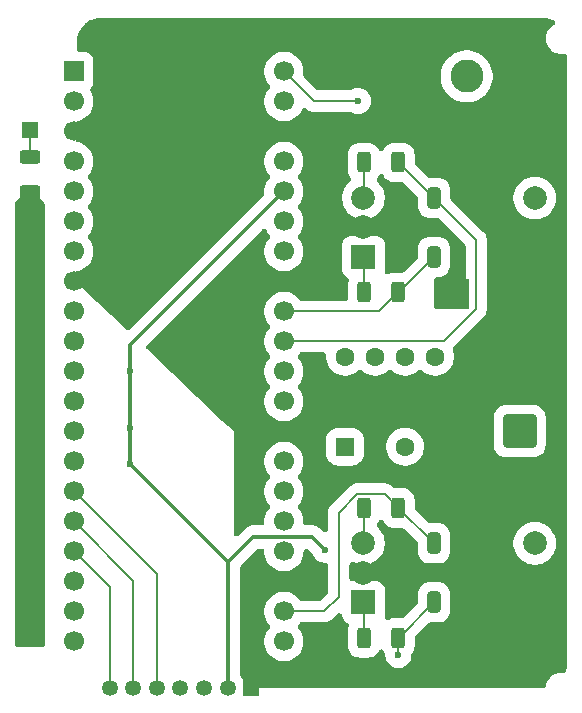
<source format=gbr>
%TF.GenerationSoftware,KiCad,Pcbnew,9.0.2*%
%TF.CreationDate,2025-06-25T13:02:05-07:00*%
%TF.ProjectId,Main,4d61696e-2e6b-4696-9361-645f70636258,rev?*%
%TF.SameCoordinates,Original*%
%TF.FileFunction,Copper,L1,Top*%
%TF.FilePolarity,Positive*%
%FSLAX46Y46*%
G04 Gerber Fmt 4.6, Leading zero omitted, Abs format (unit mm)*
G04 Created by KiCad (PCBNEW 9.0.2) date 2025-06-25 13:02:05*
%MOMM*%
%LPD*%
G01*
G04 APERTURE LIST*
G04 Aperture macros list*
%AMRoundRect*
0 Rectangle with rounded corners*
0 $1 Rounding radius*
0 $2 $3 $4 $5 $6 $7 $8 $9 X,Y pos of 4 corners*
0 Add a 4 corners polygon primitive as box body*
4,1,4,$2,$3,$4,$5,$6,$7,$8,$9,$2,$3,0*
0 Add four circle primitives for the rounded corners*
1,1,$1+$1,$2,$3*
1,1,$1+$1,$4,$5*
1,1,$1+$1,$6,$7*
1,1,$1+$1,$8,$9*
0 Add four rect primitives between the rounded corners*
20,1,$1+$1,$2,$3,$4,$5,0*
20,1,$1+$1,$4,$5,$6,$7,0*
20,1,$1+$1,$6,$7,$8,$9,0*
20,1,$1+$1,$8,$9,$2,$3,0*%
G04 Aperture macros list end*
%TA.AperFunction,ComponentPad*%
%ADD10C,1.700000*%
%TD*%
%TA.AperFunction,ComponentPad*%
%ADD11R,1.700000X1.700000*%
%TD*%
%TA.AperFunction,SMDPad,CuDef*%
%ADD12RoundRect,0.250000X-0.625000X0.312500X-0.625000X-0.312500X0.625000X-0.312500X0.625000X0.312500X0*%
%TD*%
%TA.AperFunction,SMDPad,CuDef*%
%ADD13RoundRect,0.250000X0.325000X0.650000X-0.325000X0.650000X-0.325000X-0.650000X0.325000X-0.650000X0*%
%TD*%
%TA.AperFunction,ComponentPad*%
%ADD14C,2.800000*%
%TD*%
%TA.AperFunction,ComponentPad*%
%ADD15RoundRect,0.250001X-1.149999X-1.149999X1.149999X-1.149999X1.149999X1.149999X-1.149999X1.149999X0*%
%TD*%
%TA.AperFunction,SMDPad,CuDef*%
%ADD16RoundRect,0.250000X0.312500X0.625000X-0.312500X0.625000X-0.312500X-0.625000X0.312500X-0.625000X0*%
%TD*%
%TA.AperFunction,SMDPad,CuDef*%
%ADD17RoundRect,0.250000X-0.312500X-0.625000X0.312500X-0.625000X0.312500X0.625000X-0.312500X0.625000X0*%
%TD*%
%TA.AperFunction,ComponentPad*%
%ADD18RoundRect,0.250000X0.550000X-0.550000X0.550000X0.550000X-0.550000X0.550000X-0.550000X-0.550000X0*%
%TD*%
%TA.AperFunction,ComponentPad*%
%ADD19C,1.600000*%
%TD*%
%TA.AperFunction,ComponentPad*%
%ADD20R,1.350000X1.350000*%
%TD*%
%TA.AperFunction,ComponentPad*%
%ADD21C,1.350000*%
%TD*%
%TA.AperFunction,ComponentPad*%
%ADD22RoundRect,0.250001X1.149999X-1.149999X1.149999X1.149999X-1.149999X1.149999X-1.149999X-1.149999X0*%
%TD*%
%TA.AperFunction,ComponentPad*%
%ADD23R,2.000000X2.000000*%
%TD*%
%TA.AperFunction,ComponentPad*%
%ADD24C,2.000000*%
%TD*%
%TA.AperFunction,ComponentPad*%
%ADD25R,3.000000X2.500000*%
%TD*%
%TA.AperFunction,ViaPad*%
%ADD26C,0.600000*%
%TD*%
%TA.AperFunction,Conductor*%
%ADD27C,0.200000*%
%TD*%
%TA.AperFunction,Conductor*%
%ADD28C,0.350000*%
%TD*%
G04 APERTURE END LIST*
D10*
%TO.P,U3,40,VBUS*%
%TO.N,/Power/VBUS*%
X141520000Y-72300000D03*
%TO.P,U3,39,VSYS*%
%TO.N,+5V*%
X141520000Y-74840000D03*
%TO.P,U3,38,GND*%
%TO.N,GND*%
X141520000Y-77380000D03*
%TO.P,U3,37,3V3_EN*%
%TO.N,unconnected-(U3-3V3_EN-Pad37)*%
X141520000Y-79920000D03*
%TO.P,U3,36,3V3*%
%TO.N,+3.3V*%
X141520000Y-82460000D03*
%TO.P,U3,35,ADC_VREF*%
%TO.N,unconnected-(U3-ADC_VREF-Pad35)*%
X141520000Y-85000000D03*
%TO.P,U3,34,GP28/ADC2*%
%TO.N,/ENC2_BTN*%
X141520000Y-87540000D03*
%TO.P,U3,33,GND*%
%TO.N,GND*%
X141520000Y-90080000D03*
%TO.P,U3,32,GP27/ADC1*%
%TO.N,/ENC2A*%
X141520000Y-92620000D03*
%TO.P,U3,31,GP26/ADC0*%
%TO.N,/ENC2B*%
X141520000Y-95160000D03*
%TO.P,U3,30,RUN*%
%TO.N,unconnected-(U3-RUN-Pad30)*%
X141520000Y-97700000D03*
%TO.P,U3,29,GP22*%
%TO.N,unconnected-(U3-GP22-Pad29)*%
X141520000Y-100240000D03*
%TO.P,U3,28,GND*%
%TO.N,GND*%
X141520000Y-102780000D03*
%TO.P,U3,27,GP21*%
%TO.N,unconnected-(U3-GP21-Pad27)*%
X141520000Y-105320000D03*
%TO.P,U3,26,GP20*%
%TO.N,unconnected-(U3-GP20-Pad26)*%
X141520000Y-107860000D03*
%TO.P,U3,25,GP19*%
%TO.N,unconnected-(U3-GP19-Pad25)*%
X141520000Y-110400000D03*
%TO.P,U3,24,GP18*%
%TO.N,/ENC1A*%
X141520000Y-112940000D03*
%TO.P,U3,23,GND*%
%TO.N,GND*%
X141520000Y-115480000D03*
%TO.P,U3,22,GP17*%
%TO.N,/ENC1B*%
X141520000Y-118020000D03*
%TO.P,U3,21,GP16*%
%TO.N,/ENC1_BTN*%
X141520000Y-120560000D03*
%TO.P,U3,20,GP15*%
%TO.N,/DISP_SDA*%
X123740000Y-120560000D03*
%TO.P,U3,19,GP14*%
%TO.N,/DISP_SCLK*%
X123740000Y-118020000D03*
%TO.P,U3,18,GND*%
%TO.N,GND*%
X123740000Y-115480000D03*
%TO.P,U3,17,GP13*%
%TO.N,/DISP_CS*%
X123740000Y-112940000D03*
%TO.P,U3,16,GP12*%
%TO.N,/DISP_DC*%
X123740000Y-110400000D03*
%TO.P,U3,15,GP11*%
%TO.N,/DISP_RES*%
X123740000Y-107860000D03*
%TO.P,U3,14,GP10*%
%TO.N,/Radio-Audio/PWM Audio*%
X123740000Y-105320000D03*
%TO.P,U3,13,GND*%
%TO.N,GND*%
X123740000Y-102780000D03*
%TO.P,U3,12,GP9*%
%TO.N,/Radio-Audio/Radio_SCL*%
X123740000Y-100240000D03*
%TO.P,U3,11,GP8*%
%TO.N,/Radio-Audio/Radio_SDA*%
X123740000Y-97700000D03*
%TO.P,U3,10,GP7*%
%TO.N,unconnected-(U3-GP7-Pad10)*%
X123740000Y-95160000D03*
%TO.P,U3,9,GP6*%
%TO.N,unconnected-(U3-GP6-Pad9)*%
X123740000Y-92620000D03*
%TO.P,U3,8,GND*%
%TO.N,GND*%
X123740000Y-90080000D03*
%TO.P,U3,7,GP5*%
%TO.N,unconnected-(U3-GP5-Pad7)*%
X123740000Y-87540000D03*
%TO.P,U3,6,GP4*%
%TO.N,unconnected-(U3-GP4-Pad6)*%
X123740000Y-85000000D03*
%TO.P,U3,5,GP3*%
%TO.N,unconnected-(U3-GP3-Pad5)*%
X123740000Y-82460000D03*
%TO.P,U3,4,GP2*%
%TO.N,unconnected-(U3-GP2-Pad4)*%
X123740000Y-79920000D03*
%TO.P,U3,3,GND*%
%TO.N,GND*%
X123740000Y-77380000D03*
%TO.P,U3,2,GP1*%
%TO.N,unconnected-(U3-GP1-Pad2)*%
X123740000Y-74840000D03*
D11*
%TO.P,U3,1,GP0*%
%TO.N,unconnected-(U3-GP0-Pad1)*%
X123740000Y-72300000D03*
%TD*%
D12*
%TO.P,R18,1*%
%TO.N,Net-(AE1-A)*%
X120000000Y-79575000D03*
%TO.P,R18,2*%
%TO.N,/Radio-Audio/Board Antenna*%
X120000000Y-82500000D03*
%TD*%
D13*
%TO.P,C7,1*%
%TO.N,/ENC2B*%
X154225000Y-83000000D03*
%TO.P,C7,2*%
%TO.N,GND*%
X151275000Y-83000000D03*
%TD*%
D14*
%TO.P,BT1,1,+*%
%TO.N,Net-(BT1-+)*%
X157000000Y-72717500D03*
D15*
%TO.P,BT1,2,-*%
%TO.N,GND*%
X152000000Y-72717500D03*
%TD*%
D16*
%TO.P,R10,1*%
%TO.N,/ENC2A*%
X151212500Y-91000000D03*
%TO.P,R10,2*%
%TO.N,Net-(R10-Pad2)*%
X148287500Y-91000000D03*
%TD*%
D17*
%TO.P,R5,1*%
%TO.N,Net-(R5-Pad1)*%
X148287500Y-109250000D03*
%TO.P,R5,2*%
%TO.N,/ENC1B*%
X151212500Y-109250000D03*
%TD*%
D18*
%TO.P,U1,1,GAIN*%
%TO.N,unconnected-(U1-GAIN-Pad1)*%
X146690000Y-104060000D03*
D19*
%TO.P,U1,2,-*%
%TO.N,GND*%
X149230000Y-104060000D03*
%TO.P,U1,3,+*%
%TO.N,Net-(U1-+)*%
X151770000Y-104060000D03*
%TO.P,U1,4,GND*%
%TO.N,GND*%
X154310000Y-104060000D03*
%TO.P,U1,5*%
%TO.N,Net-(C1-Pad1)*%
X154310000Y-96440000D03*
%TO.P,U1,6,V+*%
%TO.N,+5V*%
X151770000Y-96440000D03*
%TO.P,U1,7,BYPASS*%
%TO.N,unconnected-(U1-BYPASS-Pad7)*%
X149230000Y-96440000D03*
%TO.P,U1,8,GAIN*%
%TO.N,unconnected-(U1-GAIN-Pad8)*%
X146690000Y-96440000D03*
%TD*%
D17*
%TO.P,R9,1*%
%TO.N,Net-(R11-Pad1)*%
X148287500Y-80000000D03*
%TO.P,R9,2*%
%TO.N,/ENC2B*%
X151212500Y-80000000D03*
%TD*%
D20*
%TO.P,DISP1,1,VSS/GND*%
%TO.N,GND*%
X138750000Y-124500000D03*
D21*
%TO.P,DISP1,2,VDD*%
%TO.N,+3.3V*%
X136750000Y-124500000D03*
%TO.P,DISP1,3,SCLK*%
%TO.N,/DISP_SCLK*%
X134750000Y-124500000D03*
%TO.P,DISP1,4,SDA*%
%TO.N,/DISP_SDA*%
X132750000Y-124500000D03*
%TO.P,DISP1,5,RES*%
%TO.N,/DISP_RES*%
X130750000Y-124500000D03*
%TO.P,DISP1,6,DC*%
%TO.N,/DISP_DC*%
X128750000Y-124500000D03*
%TO.P,DISP1,7,CS*%
%TO.N,/DISP_CS*%
X126750000Y-124500000D03*
%TD*%
D16*
%TO.P,R6,1*%
%TO.N,/ENC1A*%
X151212500Y-120250000D03*
%TO.P,R6,2*%
%TO.N,Net-(R6-Pad2)*%
X148287500Y-120250000D03*
%TD*%
D20*
%TO.P,AE1,1,A*%
%TO.N,Net-(AE1-A)*%
X120000000Y-77250000D03*
%TD*%
D13*
%TO.P,C5,1*%
%TO.N,/ENC1B*%
X154225000Y-112250000D03*
%TO.P,C5,2*%
%TO.N,GND*%
X151275000Y-112250000D03*
%TD*%
D22*
%TO.P,LS1,1,1*%
%TO.N,Net-(C1-Pad2)*%
X161467500Y-102750000D03*
D14*
%TO.P,LS1,2,2*%
%TO.N,GND*%
X161467500Y-97750000D03*
%TD*%
D13*
%TO.P,C6,1*%
%TO.N,/ENC1A*%
X154225000Y-117250000D03*
%TO.P,C6,2*%
%TO.N,GND*%
X151275000Y-117250000D03*
%TD*%
%TO.P,C8,1*%
%TO.N,/ENC2A*%
X154225000Y-88000000D03*
%TO.P,C8,2*%
%TO.N,GND*%
X151275000Y-88000000D03*
%TD*%
D23*
%TO.P,SW2,A,A*%
%TO.N,Net-(R6-Pad2)*%
X148250000Y-117250000D03*
D24*
%TO.P,SW2,B,B*%
%TO.N,Net-(R5-Pad1)*%
X148250000Y-112250000D03*
%TO.P,SW2,C,C*%
%TO.N,GND*%
X148250000Y-114750000D03*
D25*
%TO.P,SW2,MP*%
X155750000Y-109150000D03*
X155750000Y-120350000D03*
D24*
%TO.P,SW2,S1,S1*%
X162750000Y-117250000D03*
%TO.P,SW2,S2,S2*%
%TO.N,/ENC1_BTN*%
X162750000Y-112250000D03*
%TD*%
D23*
%TO.P,SW1,A,A*%
%TO.N,Net-(R10-Pad2)*%
X148250000Y-88000000D03*
D24*
%TO.P,SW1,B,B*%
%TO.N,Net-(R11-Pad1)*%
X148250000Y-83000000D03*
%TO.P,SW1,C,C*%
%TO.N,GND*%
X148250000Y-85500000D03*
D25*
%TO.P,SW1,MP*%
X155750000Y-79900000D03*
X155750000Y-91100000D03*
D24*
%TO.P,SW1,S1,S1*%
X162750000Y-88000000D03*
%TO.P,SW1,S2,S2*%
%TO.N,/ENC2_BTN*%
X162750000Y-83000000D03*
%TD*%
D26*
%TO.N,/Power/VBUS*%
X147800000Y-74800000D03*
%TO.N,GND*%
X146500000Y-100800000D03*
X137900000Y-105450000D03*
X128000000Y-72000000D03*
X128000000Y-73500000D03*
X150000000Y-100800000D03*
X127400000Y-73125000D03*
X126950000Y-80000000D03*
X139200000Y-69525000D03*
X128000000Y-72750000D03*
X132950000Y-85025000D03*
X148050000Y-72700000D03*
X128500000Y-89500000D03*
X127400000Y-72375000D03*
X151925000Y-76275000D03*
%TO.N,/ENC1A*%
X151212500Y-121700000D03*
%TO.N,+3.3V*%
X128500000Y-105500000D03*
X128500000Y-102500000D03*
X144975000Y-112775000D03*
X128500000Y-97625000D03*
%TD*%
D27*
%TO.N,/ENC1A*%
X151212500Y-121700000D02*
X151212500Y-120250000D01*
%TO.N,/Power/VBUS*%
X144020000Y-74800000D02*
X147800000Y-74800000D01*
X141520000Y-72300000D02*
X144020000Y-74800000D01*
%TO.N,Net-(AE1-A)*%
X120000000Y-77250000D02*
X120000000Y-79575000D01*
%TO.N,/ENC1B*%
X146150000Y-109663840D02*
X147739840Y-108074000D01*
X154212500Y-112250000D02*
X154225000Y-112250000D01*
X144930000Y-118020000D02*
X146150000Y-116800000D01*
X141520000Y-118020000D02*
X144930000Y-118020000D01*
X150036500Y-108074000D02*
X151212500Y-109250000D01*
X151212500Y-109250000D02*
X154212500Y-112250000D01*
X147739840Y-108074000D02*
X150036500Y-108074000D01*
X146150000Y-116800000D02*
X146150000Y-109663840D01*
%TO.N,/ENC1A*%
X154225000Y-117250000D02*
X151225000Y-120250000D01*
X151225000Y-120250000D02*
X151212500Y-120250000D01*
%TO.N,/ENC2B*%
X157800000Y-92402000D02*
X155042000Y-95160000D01*
X151212500Y-80000000D02*
X154212500Y-83000000D01*
X154212500Y-83000000D02*
X154225000Y-83000000D01*
X157800000Y-86575000D02*
X157800000Y-92402000D01*
X155042000Y-95160000D02*
X141520000Y-95160000D01*
X154225000Y-83000000D02*
X157800000Y-86575000D01*
%TO.N,/ENC2A*%
X154225000Y-88000000D02*
X151225000Y-91000000D01*
X151212500Y-91000000D02*
X149592500Y-92620000D01*
X151225000Y-91000000D02*
X151212500Y-91000000D01*
X149592500Y-92620000D02*
X141520000Y-92620000D01*
%TO.N,/DISP_DC*%
X123740000Y-110400000D02*
X128750000Y-115410000D01*
X128750000Y-115410000D02*
X128750000Y-124500000D01*
%TO.N,/DISP_RES*%
X123740000Y-107860000D02*
X130750000Y-114870000D01*
X130750000Y-114870000D02*
X130750000Y-124500000D01*
D28*
%TO.N,+3.3V*%
X128500000Y-95480000D02*
X141520000Y-82460000D01*
X143914000Y-111714000D02*
X144975000Y-112775000D01*
X138886000Y-111714000D02*
X141525000Y-111714000D01*
X128500000Y-102500000D02*
X128500000Y-97625000D01*
X128500000Y-97625000D02*
X128500000Y-95480000D01*
X141525000Y-111714000D02*
X143914000Y-111714000D01*
X136800000Y-124550000D02*
X136800000Y-113800000D01*
X128500000Y-105500000D02*
X128500000Y-102500000D01*
X136800000Y-113800000D02*
X138886000Y-111714000D01*
X136800000Y-113800000D02*
X128500000Y-105500000D01*
D27*
%TO.N,/DISP_CS*%
X126750000Y-115950000D02*
X126750000Y-124500000D01*
X123740000Y-112940000D02*
X126750000Y-115950000D01*
%TO.N,Net-(R5-Pad1)*%
X148287500Y-109250000D02*
X148287500Y-112212500D01*
X148287500Y-112212500D02*
X148250000Y-112250000D01*
%TO.N,Net-(R6-Pad2)*%
X148287500Y-117287500D02*
X148250000Y-117250000D01*
X148287500Y-120250000D02*
X148287500Y-117287500D01*
%TO.N,Net-(R11-Pad1)*%
X148287500Y-80000000D02*
X148287500Y-82962500D01*
X148287500Y-82962500D02*
X148250000Y-83000000D01*
%TO.N,Net-(R10-Pad2)*%
X148287500Y-91000000D02*
X148287500Y-88037500D01*
X148287500Y-88037500D02*
X148250000Y-88000000D01*
%TD*%
%TA.AperFunction,Conductor*%
%TO.N,GND*%
G36*
X163508864Y-67750633D02*
G01*
X163766870Y-67769086D01*
X163802026Y-67774141D01*
X164046074Y-67827230D01*
X164080150Y-67837237D01*
X164307577Y-67922063D01*
X164310679Y-67923220D01*
X164393335Y-67974279D01*
X164450161Y-68053082D01*
X164472503Y-68147633D01*
X164456962Y-68243537D01*
X164405903Y-68326193D01*
X164336709Y-68378379D01*
X164318390Y-68387712D01*
X164152779Y-68508035D01*
X164008035Y-68652779D01*
X163887711Y-68818392D01*
X163794782Y-69000775D01*
X163794778Y-69000785D01*
X163731522Y-69195468D01*
X163699500Y-69397638D01*
X163699500Y-69602361D01*
X163731522Y-69804531D01*
X163794778Y-69999214D01*
X163794782Y-69999224D01*
X163887711Y-70181607D01*
X163887713Y-70181610D01*
X164008034Y-70347219D01*
X164152781Y-70491966D01*
X164318390Y-70612287D01*
X164318392Y-70612288D01*
X164391424Y-70649500D01*
X164500781Y-70705220D01*
X164695466Y-70768477D01*
X164766575Y-70779739D01*
X164897638Y-70800499D01*
X164897645Y-70800499D01*
X164897648Y-70800500D01*
X164897651Y-70800500D01*
X165102349Y-70800500D01*
X165102352Y-70800500D01*
X165102356Y-70800499D01*
X165102360Y-70800499D01*
X165212047Y-70783126D01*
X165309127Y-70786940D01*
X165397358Y-70827614D01*
X165463307Y-70898957D01*
X165496934Y-70990107D01*
X165500000Y-71029060D01*
X165500000Y-122491101D01*
X165499366Y-122508865D01*
X165480913Y-122766866D01*
X165475857Y-122802031D01*
X165429821Y-123013654D01*
X165391045Y-123102736D01*
X165321130Y-123170197D01*
X165230721Y-123205769D01*
X165147561Y-123206660D01*
X165102355Y-123199500D01*
X165102352Y-123199500D01*
X164897648Y-123199500D01*
X164897638Y-123199500D01*
X164695468Y-123231522D01*
X164500785Y-123294778D01*
X164500775Y-123294782D01*
X164318392Y-123387711D01*
X164152779Y-123508035D01*
X164008035Y-123652779D01*
X163887711Y-123818392D01*
X163794782Y-124000775D01*
X163794778Y-124000785D01*
X163731522Y-124195468D01*
X163716557Y-124289953D01*
X163682930Y-124381103D01*
X163616981Y-124452446D01*
X163528750Y-124493120D01*
X163470623Y-124500000D01*
X139258898Y-124500000D01*
X139241136Y-124499366D01*
X139190327Y-124495732D01*
X138983133Y-124480913D01*
X138947968Y-124475857D01*
X138703931Y-124422770D01*
X138669843Y-124412760D01*
X138435856Y-124325487D01*
X138403540Y-124310729D01*
X138291536Y-124249570D01*
X138216987Y-124187268D01*
X138174056Y-124107973D01*
X138117401Y-123933608D01*
X138117400Y-123933604D01*
X138011961Y-123726669D01*
X137875449Y-123538776D01*
X137875445Y-123538772D01*
X137848428Y-123511754D01*
X137794453Y-123430972D01*
X137775500Y-123335687D01*
X137775500Y-114307205D01*
X137794454Y-114211917D01*
X137848430Y-114131135D01*
X139217136Y-112762430D01*
X139297918Y-112708454D01*
X139393206Y-112689500D01*
X139620500Y-112689500D01*
X139715788Y-112708454D01*
X139796570Y-112762430D01*
X139850546Y-112843212D01*
X139869500Y-112938500D01*
X139869500Y-113069892D01*
X139869501Y-113069908D01*
X139910138Y-113326487D01*
X139910140Y-113326493D01*
X139990419Y-113573567D01*
X139990423Y-113573577D01*
X140108365Y-113805050D01*
X140159550Y-113875500D01*
X140261069Y-114015229D01*
X140444771Y-114198931D01*
X140654949Y-114351634D01*
X140886428Y-114469579D01*
X141133507Y-114549860D01*
X141133510Y-114549860D01*
X141133512Y-114549861D01*
X141307135Y-114577359D01*
X141390103Y-114590500D01*
X141390107Y-114590500D01*
X141649893Y-114590500D01*
X141649897Y-114590500D01*
X141906493Y-114549860D01*
X142153572Y-114469579D01*
X142385051Y-114351634D01*
X142595229Y-114198931D01*
X142778931Y-114015229D01*
X142931634Y-113805051D01*
X143049579Y-113573572D01*
X143129860Y-113326493D01*
X143170500Y-113069897D01*
X143170500Y-112951205D01*
X143189454Y-112855917D01*
X143243430Y-112775135D01*
X143324212Y-112721159D01*
X143419500Y-112702205D01*
X143514788Y-112721159D01*
X143595570Y-112775135D01*
X143882653Y-113062218D01*
X143936629Y-113143000D01*
X143943396Y-113161341D01*
X143955126Y-113197443D01*
X144033770Y-113351792D01*
X144135581Y-113491922D01*
X144135583Y-113491924D01*
X144135586Y-113491928D01*
X144258072Y-113614414D01*
X144258075Y-113614416D01*
X144258077Y-113614418D01*
X144398207Y-113716229D01*
X144398209Y-113716230D01*
X144398212Y-113716232D01*
X144552555Y-113794873D01*
X144717299Y-113848402D01*
X144888389Y-113875500D01*
X144888393Y-113875500D01*
X145000500Y-113875500D01*
X145095788Y-113894454D01*
X145176570Y-113948430D01*
X145230546Y-114029212D01*
X145249500Y-114124500D01*
X145249500Y-116323860D01*
X145230546Y-116419148D01*
X145176570Y-116499930D01*
X144629930Y-117046570D01*
X144549148Y-117100546D01*
X144453860Y-117119500D01*
X143032751Y-117119500D01*
X142937463Y-117100546D01*
X142856681Y-117046570D01*
X142831306Y-117016859D01*
X142778933Y-116944774D01*
X142778931Y-116944771D01*
X142595229Y-116761069D01*
X142385051Y-116608366D01*
X142385052Y-116608366D01*
X142385050Y-116608365D01*
X142153577Y-116490423D01*
X142153567Y-116490419D01*
X141906493Y-116410140D01*
X141906487Y-116410138D01*
X141649908Y-116369501D01*
X141649899Y-116369500D01*
X141649897Y-116369500D01*
X141390103Y-116369500D01*
X141390100Y-116369500D01*
X141390091Y-116369501D01*
X141133512Y-116410138D01*
X141133506Y-116410140D01*
X140886432Y-116490419D01*
X140886422Y-116490423D01*
X140654949Y-116608365D01*
X140444774Y-116761066D01*
X140261066Y-116944774D01*
X140108365Y-117154949D01*
X139990423Y-117386422D01*
X139990419Y-117386432D01*
X139910140Y-117633506D01*
X139910138Y-117633512D01*
X139869501Y-117890091D01*
X139869500Y-117890107D01*
X139869500Y-118149892D01*
X139869501Y-118149908D01*
X139910138Y-118406487D01*
X139910140Y-118406493D01*
X139990419Y-118653567D01*
X139990423Y-118653577D01*
X140108365Y-118885050D01*
X140219764Y-119038377D01*
X140261069Y-119095229D01*
X140279773Y-119113933D01*
X140333747Y-119194712D01*
X140352701Y-119290000D01*
X140333747Y-119385288D01*
X140279773Y-119466066D01*
X140261069Y-119484771D01*
X140261066Y-119484774D01*
X140108365Y-119694949D01*
X139990423Y-119926422D01*
X139990419Y-119926432D01*
X139910140Y-120173506D01*
X139910138Y-120173512D01*
X139869501Y-120430091D01*
X139869500Y-120430107D01*
X139869500Y-120689892D01*
X139869501Y-120689908D01*
X139910138Y-120946487D01*
X139910140Y-120946493D01*
X139990419Y-121193567D01*
X139990423Y-121193577D01*
X140108365Y-121425050D01*
X140219222Y-121577632D01*
X140261069Y-121635229D01*
X140444771Y-121818931D01*
X140654949Y-121971634D01*
X140886428Y-122089579D01*
X141133507Y-122169860D01*
X141133510Y-122169860D01*
X141133512Y-122169861D01*
X141307135Y-122197359D01*
X141390103Y-122210500D01*
X141390107Y-122210500D01*
X141649893Y-122210500D01*
X141649897Y-122210500D01*
X141906493Y-122169860D01*
X142153572Y-122089579D01*
X142385051Y-121971634D01*
X142595229Y-121818931D01*
X142778931Y-121635229D01*
X142931634Y-121425051D01*
X143049579Y-121193572D01*
X143129860Y-120946493D01*
X143170500Y-120689897D01*
X143170500Y-120430103D01*
X143129860Y-120173507D01*
X143049579Y-119926428D01*
X142931634Y-119694949D01*
X142778931Y-119484771D01*
X142760226Y-119466066D01*
X142740735Y-119436894D01*
X142718151Y-119410052D01*
X142713961Y-119396824D01*
X142706253Y-119385288D01*
X142699408Y-119350877D01*
X142688815Y-119317432D01*
X142690005Y-119303608D01*
X142687299Y-119290000D01*
X142694143Y-119255592D01*
X142697155Y-119220636D01*
X142703095Y-119210586D01*
X142706253Y-119194712D01*
X142741904Y-119134400D01*
X142750503Y-119123656D01*
X142778931Y-119095229D01*
X142834715Y-119018447D01*
X142838356Y-119013900D01*
X142871155Y-118986304D01*
X142902649Y-118957192D01*
X142908185Y-118955149D01*
X142912699Y-118951352D01*
X142953571Y-118938406D01*
X142993799Y-118923566D01*
X143002616Y-118922871D01*
X143005319Y-118922016D01*
X143009220Y-118922352D01*
X143032751Y-118920500D01*
X145018689Y-118920500D01*
X145018692Y-118920500D01*
X145192666Y-118885895D01*
X145274606Y-118851953D01*
X145356547Y-118818013D01*
X145454950Y-118752262D01*
X145504036Y-118719464D01*
X146031134Y-118192365D01*
X146111915Y-118138389D01*
X146207203Y-118119435D01*
X146302491Y-118138389D01*
X146383272Y-118192365D01*
X146437249Y-118273147D01*
X146454637Y-118340555D01*
X146464630Y-118429246D01*
X146464631Y-118429251D01*
X146464632Y-118429255D01*
X146524211Y-118599522D01*
X146524212Y-118599523D01*
X146524214Y-118599529D01*
X146620180Y-118752257D01*
X146620182Y-118752259D01*
X146620184Y-118752262D01*
X146747738Y-118879816D01*
X146747740Y-118879817D01*
X146747742Y-118879819D01*
X146885363Y-118966292D01*
X146955962Y-119033037D01*
X146995644Y-119121718D01*
X146998369Y-119218835D01*
X146991165Y-119249406D01*
X146939700Y-119419064D01*
X146924500Y-119573391D01*
X146924500Y-120926608D01*
X146939699Y-121080934D01*
X146999768Y-121278955D01*
X147097316Y-121461452D01*
X147228583Y-121621403D01*
X147228596Y-121621416D01*
X147388547Y-121752683D01*
X147388548Y-121752683D01*
X147388550Y-121752685D01*
X147571046Y-121850232D01*
X147682841Y-121884144D01*
X147769065Y-121910300D01*
X147784265Y-121911796D01*
X147923392Y-121925500D01*
X147923395Y-121925500D01*
X148651605Y-121925500D01*
X148651608Y-121925500D01*
X148805934Y-121910300D01*
X149003954Y-121850232D01*
X149186450Y-121752685D01*
X149299602Y-121659824D01*
X149346403Y-121621416D01*
X149346404Y-121621414D01*
X149346410Y-121621410D01*
X149349224Y-121617982D01*
X149477683Y-121461452D01*
X149477685Y-121461450D01*
X149530403Y-121362822D01*
X149540410Y-121350628D01*
X149546846Y-121336225D01*
X149570963Y-121313398D01*
X149592034Y-121287724D01*
X149605949Y-121280285D01*
X149617408Y-121269441D01*
X149648426Y-121257581D01*
X149677717Y-121241925D01*
X149693419Y-121240378D01*
X149708156Y-121234744D01*
X149741352Y-121235657D01*
X149774404Y-121232402D01*
X149789502Y-121236982D01*
X149805274Y-121237416D01*
X149835592Y-121250962D01*
X149867376Y-121260604D01*
X149879573Y-121270614D01*
X149893977Y-121277050D01*
X149911147Y-121296525D01*
X149942478Y-121322238D01*
X149960761Y-121347612D01*
X149965455Y-121355073D01*
X150022315Y-121461450D01*
X150065419Y-121513972D01*
X150073762Y-121527234D01*
X150085623Y-121558256D01*
X150101278Y-121587544D01*
X150104103Y-121606589D01*
X150108459Y-121617982D01*
X150108041Y-121633141D01*
X150112000Y-121659825D01*
X150112000Y-121786606D01*
X150112001Y-121786621D01*
X150139097Y-121957697D01*
X150192624Y-122122437D01*
X150192626Y-122122443D01*
X150271270Y-122276792D01*
X150373081Y-122416922D01*
X150373083Y-122416924D01*
X150373086Y-122416928D01*
X150495572Y-122539414D01*
X150495575Y-122539416D01*
X150495577Y-122539418D01*
X150635707Y-122641229D01*
X150635709Y-122641230D01*
X150635712Y-122641232D01*
X150790055Y-122719873D01*
X150954799Y-122773402D01*
X151125889Y-122800500D01*
X151125893Y-122800500D01*
X151299107Y-122800500D01*
X151299111Y-122800500D01*
X151470201Y-122773402D01*
X151634945Y-122719873D01*
X151789288Y-122641232D01*
X151929428Y-122539414D01*
X152051914Y-122416928D01*
X152153732Y-122276788D01*
X152232373Y-122122445D01*
X152285902Y-121957701D01*
X152313000Y-121786611D01*
X152313000Y-121659824D01*
X152331954Y-121564536D01*
X152369520Y-121501861D01*
X152402685Y-121461450D01*
X152500232Y-121278954D01*
X152560300Y-121080934D01*
X152575500Y-120926608D01*
X152575500Y-120276138D01*
X152594454Y-120180850D01*
X152648428Y-120100070D01*
X153725068Y-119023429D01*
X153805850Y-118969454D01*
X153901138Y-118950500D01*
X154601605Y-118950500D01*
X154601608Y-118950500D01*
X154755934Y-118935300D01*
X154953954Y-118875232D01*
X155136450Y-118777685D01*
X155292317Y-118649769D01*
X155296403Y-118646416D01*
X155296404Y-118646414D01*
X155296410Y-118646410D01*
X155427685Y-118486450D01*
X155525232Y-118303954D01*
X155585300Y-118105934D01*
X155600500Y-117951608D01*
X155600500Y-116548392D01*
X155585300Y-116394066D01*
X155577848Y-116369501D01*
X155527962Y-116205046D01*
X155525232Y-116196046D01*
X155427685Y-116013550D01*
X155427683Y-116013547D01*
X155296416Y-115853596D01*
X155296403Y-115853583D01*
X155136452Y-115722316D01*
X154953955Y-115624768D01*
X154755934Y-115564699D01*
X154601608Y-115549500D01*
X153848392Y-115549500D01*
X153848391Y-115549500D01*
X153694065Y-115564699D01*
X153496044Y-115624768D01*
X153313547Y-115722316D01*
X153153596Y-115853583D01*
X153153583Y-115853596D01*
X153022316Y-116013547D01*
X152924768Y-116196044D01*
X152864699Y-116394065D01*
X152849500Y-116548391D01*
X152849500Y-117248860D01*
X152830546Y-117344148D01*
X152776570Y-117424930D01*
X151699930Y-118501570D01*
X151619148Y-118555546D01*
X151523860Y-118574500D01*
X150848391Y-118574500D01*
X150694065Y-118589699D01*
X150496043Y-118649769D01*
X150496042Y-118649769D01*
X150395697Y-118703405D01*
X150302726Y-118731607D01*
X150206038Y-118722084D01*
X150120355Y-118676285D01*
X150058721Y-118601183D01*
X150030519Y-118508212D01*
X150034627Y-118443243D01*
X150033803Y-118443151D01*
X150050499Y-118294968D01*
X150050500Y-118294953D01*
X150050500Y-116205046D01*
X150050499Y-116205031D01*
X150035369Y-116070754D01*
X150035368Y-116070745D01*
X149975789Y-115900478D01*
X149975786Y-115900473D01*
X149975785Y-115900470D01*
X149879819Y-115747742D01*
X149879817Y-115747740D01*
X149879816Y-115747738D01*
X149752262Y-115620184D01*
X149752259Y-115620182D01*
X149752257Y-115620180D01*
X149599529Y-115524214D01*
X149599524Y-115524212D01*
X149599522Y-115524211D01*
X149429255Y-115464632D01*
X149429251Y-115464631D01*
X149429245Y-115464630D01*
X149294968Y-115449500D01*
X149294954Y-115449500D01*
X147299500Y-115449500D01*
X147204212Y-115430546D01*
X147123430Y-115376570D01*
X147069454Y-115295788D01*
X147050500Y-115200500D01*
X147050500Y-114067786D01*
X147069454Y-113972498D01*
X147123430Y-113891716D01*
X147204212Y-113837740D01*
X147299500Y-113818786D01*
X147394788Y-113837740D01*
X147423994Y-113852143D01*
X147451951Y-113868284D01*
X147670007Y-113958606D01*
X147897986Y-114019693D01*
X148131989Y-114050500D01*
X148368011Y-114050500D01*
X148602014Y-114019693D01*
X148829993Y-113958606D01*
X149048049Y-113868284D01*
X149252450Y-113750273D01*
X149439699Y-113606592D01*
X149606592Y-113439699D01*
X149750273Y-113252450D01*
X149868284Y-113048049D01*
X149958606Y-112829993D01*
X150019693Y-112602014D01*
X150050500Y-112368011D01*
X150050500Y-112131989D01*
X150019693Y-111897986D01*
X149958606Y-111670007D01*
X149868284Y-111451951D01*
X149834863Y-111394065D01*
X149750278Y-111247559D01*
X149750272Y-111247549D01*
X149606592Y-111060301D01*
X149439699Y-110893408D01*
X149439698Y-110893407D01*
X149436840Y-110890901D01*
X149435678Y-110889387D01*
X149433935Y-110887644D01*
X149434164Y-110887414D01*
X149417081Y-110865154D01*
X149394112Y-110842232D01*
X149387764Y-110826952D01*
X149377691Y-110813826D01*
X149369289Y-110782479D01*
X149356840Y-110752510D01*
X149356823Y-110735964D01*
X149352540Y-110719983D01*
X149356774Y-110687808D01*
X149356741Y-110655355D01*
X149362706Y-110642724D01*
X149365216Y-110623658D01*
X149393829Y-110565558D01*
X149400682Y-110555278D01*
X149477685Y-110461450D01*
X149536105Y-110352153D01*
X149542823Y-110342078D01*
X149568750Y-110316097D01*
X149592037Y-110287723D01*
X149602816Y-110281961D01*
X149611451Y-110273309D01*
X149645351Y-110259226D01*
X149677720Y-110241925D01*
X149689883Y-110240727D01*
X149701173Y-110236037D01*
X149737880Y-110235999D01*
X149774407Y-110232402D01*
X149786104Y-110235950D01*
X149798328Y-110235938D01*
X149832251Y-110249949D01*
X149867379Y-110260605D01*
X149876828Y-110268360D01*
X149888125Y-110273026D01*
X149914105Y-110298953D01*
X149942480Y-110322240D01*
X149952566Y-110337335D01*
X149956894Y-110341654D01*
X149959263Y-110347357D01*
X149969598Y-110362824D01*
X150022316Y-110461452D01*
X150153583Y-110621403D01*
X150153596Y-110621416D01*
X150313547Y-110752683D01*
X150313548Y-110752683D01*
X150313550Y-110752685D01*
X150451735Y-110826547D01*
X150494719Y-110849523D01*
X150496046Y-110850232D01*
X150607841Y-110884144D01*
X150694065Y-110910300D01*
X150709265Y-110911796D01*
X150848392Y-110925500D01*
X150848395Y-110925500D01*
X151511360Y-110925500D01*
X151606648Y-110944454D01*
X151687430Y-110998430D01*
X152776570Y-112087569D01*
X152830546Y-112168351D01*
X152849500Y-112263639D01*
X152849500Y-112951608D01*
X152864699Y-113105934D01*
X152924768Y-113303955D01*
X153022316Y-113486452D01*
X153153583Y-113646403D01*
X153153596Y-113646416D01*
X153313547Y-113777683D01*
X153313548Y-113777683D01*
X153313550Y-113777685D01*
X153496046Y-113875232D01*
X153607841Y-113909144D01*
X153694065Y-113935300D01*
X153709265Y-113936796D01*
X153848392Y-113950500D01*
X153848395Y-113950500D01*
X154601605Y-113950500D01*
X154601608Y-113950500D01*
X154755934Y-113935300D01*
X154953954Y-113875232D01*
X155136450Y-113777685D01*
X155296410Y-113646410D01*
X155329089Y-113606591D01*
X155427683Y-113486452D01*
X155427685Y-113486450D01*
X155525232Y-113303954D01*
X155585300Y-113105934D01*
X155600500Y-112951608D01*
X155600500Y-112131989D01*
X160949500Y-112131989D01*
X160949500Y-112368011D01*
X160980307Y-112602014D01*
X161041393Y-112829989D01*
X161041394Y-112829992D01*
X161131713Y-113048043D01*
X161131718Y-113048054D01*
X161249721Y-113252440D01*
X161249727Y-113252450D01*
X161393408Y-113439699D01*
X161560301Y-113606592D01*
X161747550Y-113750273D01*
X161747559Y-113750278D01*
X161951945Y-113868281D01*
X161951948Y-113868282D01*
X161951951Y-113868284D01*
X162170007Y-113958606D01*
X162397986Y-114019693D01*
X162631989Y-114050500D01*
X162868011Y-114050500D01*
X163102014Y-114019693D01*
X163329993Y-113958606D01*
X163548049Y-113868284D01*
X163752450Y-113750273D01*
X163939699Y-113606592D01*
X164106592Y-113439699D01*
X164250273Y-113252450D01*
X164368284Y-113048049D01*
X164458606Y-112829993D01*
X164519693Y-112602014D01*
X164550500Y-112368011D01*
X164550500Y-112131989D01*
X164519693Y-111897986D01*
X164458606Y-111670007D01*
X164368284Y-111451951D01*
X164334863Y-111394065D01*
X164250278Y-111247559D01*
X164250272Y-111247549D01*
X164106592Y-111060301D01*
X163939699Y-110893408D01*
X163752450Y-110749727D01*
X163752440Y-110749721D01*
X163548054Y-110631718D01*
X163548043Y-110631713D01*
X163427222Y-110581667D01*
X163329993Y-110541394D01*
X163102014Y-110480307D01*
X163102007Y-110480306D01*
X162868011Y-110449500D01*
X162631989Y-110449500D01*
X162397992Y-110480306D01*
X162397990Y-110480306D01*
X162397986Y-110480307D01*
X162225640Y-110526487D01*
X162170010Y-110541393D01*
X162170007Y-110541394D01*
X161951956Y-110631713D01*
X161951945Y-110631718D01*
X161747559Y-110749721D01*
X161747549Y-110749727D01*
X161560301Y-110893408D01*
X161560297Y-110893411D01*
X161393411Y-111060297D01*
X161393408Y-111060301D01*
X161249727Y-111247549D01*
X161249721Y-111247559D01*
X161131718Y-111451945D01*
X161131713Y-111451956D01*
X161045982Y-111658931D01*
X161041394Y-111670007D01*
X160980307Y-111897986D01*
X160949500Y-112131989D01*
X155600500Y-112131989D01*
X155600500Y-111548392D01*
X155585300Y-111394066D01*
X155525232Y-111196046D01*
X155427685Y-111013550D01*
X155427683Y-111013547D01*
X155296416Y-110853596D01*
X155296403Y-110853583D01*
X155136452Y-110722316D01*
X154953955Y-110624768D01*
X154755934Y-110564699D01*
X154601608Y-110549500D01*
X153888639Y-110549500D01*
X153793351Y-110530546D01*
X153712569Y-110476570D01*
X152648430Y-109412430D01*
X152594454Y-109331648D01*
X152575500Y-109236360D01*
X152575500Y-108573395D01*
X152575500Y-108573392D01*
X152560300Y-108419066D01*
X152500232Y-108221046D01*
X152402685Y-108038550D01*
X152362753Y-107989892D01*
X152271416Y-107878596D01*
X152271403Y-107878583D01*
X152111452Y-107747316D01*
X151928955Y-107649768D01*
X151730934Y-107589699D01*
X151576608Y-107574500D01*
X150913640Y-107574500D01*
X150818352Y-107555546D01*
X150737571Y-107501570D01*
X150610537Y-107374537D01*
X150610536Y-107374536D01*
X150551457Y-107335061D01*
X150463047Y-107275987D01*
X150463036Y-107275981D01*
X150381107Y-107242046D01*
X150299168Y-107208105D01*
X150229576Y-107194263D01*
X150125192Y-107173500D01*
X150125191Y-107173500D01*
X147828531Y-107173500D01*
X147651148Y-107173500D01*
X147626565Y-107178390D01*
X147626564Y-107178390D01*
X147477180Y-107208104D01*
X147477176Y-107208105D01*
X147477174Y-107208106D01*
X147432931Y-107226432D01*
X147313289Y-107275988D01*
X147186391Y-107360781D01*
X147165807Y-107374534D01*
X145450533Y-109089807D01*
X145431074Y-109118931D01*
X145431073Y-109118930D01*
X145351989Y-109237288D01*
X145351982Y-109237303D01*
X145337764Y-109271630D01*
X145337763Y-109271634D01*
X145284105Y-109401174D01*
X145257664Y-109534105D01*
X145257663Y-109534104D01*
X145249500Y-109575145D01*
X145249500Y-111068795D01*
X145230546Y-111164083D01*
X145176570Y-111244865D01*
X145095788Y-111298841D01*
X145000500Y-111317795D01*
X144905212Y-111298841D01*
X144824431Y-111244865D01*
X144535847Y-110956282D01*
X144535843Y-110956279D01*
X144518146Y-110944454D01*
X144496772Y-110930172D01*
X144489780Y-110925500D01*
X144376073Y-110849523D01*
X144320604Y-110826547D01*
X144305755Y-110820396D01*
X144305753Y-110820395D01*
X144198543Y-110775987D01*
X144198407Y-110775960D01*
X144010078Y-110738500D01*
X144010076Y-110738500D01*
X143419500Y-110738500D01*
X143324212Y-110719546D01*
X143243430Y-110665570D01*
X143189454Y-110584788D01*
X143170500Y-110489500D01*
X143170500Y-110270107D01*
X143170498Y-110270091D01*
X143129861Y-110013512D01*
X143129860Y-110013510D01*
X143129860Y-110013507D01*
X143049579Y-109766428D01*
X142931634Y-109534949D01*
X142778931Y-109324771D01*
X142760226Y-109306066D01*
X142706253Y-109225288D01*
X142687299Y-109130000D01*
X142706253Y-109034712D01*
X142760226Y-108953933D01*
X142778931Y-108935229D01*
X142931634Y-108725051D01*
X143049579Y-108493572D01*
X143129860Y-108246493D01*
X143170500Y-107989897D01*
X143170500Y-107730103D01*
X143148263Y-107589699D01*
X143129861Y-107473512D01*
X143129860Y-107473510D01*
X143129860Y-107473507D01*
X143049579Y-107226428D01*
X142931634Y-106994949D01*
X142778931Y-106784771D01*
X142760226Y-106766066D01*
X142706253Y-106685288D01*
X142687299Y-106590000D01*
X142706253Y-106494712D01*
X142760226Y-106413933D01*
X142778931Y-106395229D01*
X142931634Y-106185051D01*
X143049579Y-105953572D01*
X143129860Y-105706493D01*
X143170500Y-105449897D01*
X143170500Y-105190103D01*
X143152675Y-105077555D01*
X143129861Y-104933512D01*
X143129860Y-104933510D01*
X143129860Y-104933507D01*
X143049579Y-104686428D01*
X142931634Y-104454949D01*
X142778931Y-104244771D01*
X142595229Y-104061069D01*
X142444569Y-103951608D01*
X142385050Y-103908365D01*
X142153577Y-103790423D01*
X142153567Y-103790419D01*
X141906493Y-103710140D01*
X141906487Y-103710138D01*
X141831190Y-103698213D01*
X141649908Y-103669501D01*
X141649899Y-103669500D01*
X141649897Y-103669500D01*
X141390103Y-103669500D01*
X141390100Y-103669500D01*
X141390091Y-103669501D01*
X141133512Y-103710138D01*
X141133506Y-103710140D01*
X140886432Y-103790419D01*
X140886422Y-103790423D01*
X140654949Y-103908365D01*
X140444774Y-104061066D01*
X140261066Y-104244774D01*
X140108365Y-104454949D01*
X139990423Y-104686422D01*
X139990419Y-104686432D01*
X139910140Y-104933506D01*
X139910138Y-104933512D01*
X139869501Y-105190091D01*
X139869500Y-105190107D01*
X139869500Y-105449892D01*
X139869501Y-105449908D01*
X139910138Y-105706487D01*
X139910140Y-105706493D01*
X139990419Y-105953567D01*
X139990423Y-105953577D01*
X140108365Y-106185050D01*
X140108366Y-106185051D01*
X140261069Y-106395229D01*
X140279773Y-106413933D01*
X140333747Y-106494712D01*
X140352701Y-106590000D01*
X140333747Y-106685288D01*
X140279773Y-106766066D01*
X140261069Y-106784771D01*
X140261066Y-106784774D01*
X140108365Y-106994949D01*
X139990423Y-107226422D01*
X139990419Y-107226432D01*
X139910140Y-107473506D01*
X139910138Y-107473512D01*
X139869501Y-107730091D01*
X139869500Y-107730107D01*
X139869500Y-107989892D01*
X139869501Y-107989908D01*
X139910138Y-108246487D01*
X139910140Y-108246493D01*
X139990419Y-108493567D01*
X139990423Y-108493577D01*
X140031093Y-108573395D01*
X140108366Y-108725051D01*
X140261069Y-108935229D01*
X140279773Y-108953933D01*
X140333747Y-109034712D01*
X140352701Y-109130000D01*
X140333747Y-109225288D01*
X140279773Y-109306066D01*
X140261069Y-109324771D01*
X140261066Y-109324774D01*
X140108365Y-109534949D01*
X139990423Y-109766422D01*
X139990419Y-109766432D01*
X139910140Y-110013506D01*
X139910138Y-110013512D01*
X139869501Y-110270091D01*
X139869500Y-110270107D01*
X139869500Y-110489500D01*
X139850546Y-110584788D01*
X139796570Y-110665570D01*
X139715788Y-110719546D01*
X139620500Y-110738500D01*
X138789917Y-110738500D01*
X138601593Y-110775960D01*
X138601462Y-110775987D01*
X138601457Y-110775988D01*
X138601456Y-110775988D01*
X138601453Y-110775989D01*
X138423928Y-110849522D01*
X138423925Y-110849523D01*
X138264155Y-110956279D01*
X138264153Y-110956280D01*
X137675069Y-111545363D01*
X137594288Y-111599339D01*
X137499000Y-111618293D01*
X137403711Y-111599339D01*
X137322930Y-111545362D01*
X137268954Y-111464581D01*
X137250000Y-111369293D01*
X137250000Y-103458391D01*
X145089500Y-103458391D01*
X145089500Y-104661608D01*
X145104699Y-104815934D01*
X145164768Y-105013955D01*
X145262316Y-105196452D01*
X145393583Y-105356403D01*
X145393596Y-105356416D01*
X145553547Y-105487683D01*
X145553548Y-105487683D01*
X145553550Y-105487685D01*
X145736046Y-105585232D01*
X145847841Y-105619144D01*
X145934065Y-105645300D01*
X145949265Y-105646796D01*
X146088392Y-105660500D01*
X146088395Y-105660500D01*
X147291605Y-105660500D01*
X147291608Y-105660500D01*
X147445934Y-105645300D01*
X147643954Y-105585232D01*
X147826450Y-105487685D01*
X147986410Y-105356410D01*
X148117685Y-105196450D01*
X148215232Y-105013954D01*
X148275300Y-104815934D01*
X148290500Y-104661608D01*
X148290500Y-103934028D01*
X150169500Y-103934028D01*
X150169500Y-104185971D01*
X150208909Y-104434782D01*
X150208910Y-104434785D01*
X150286759Y-104674379D01*
X150401130Y-104898845D01*
X150401133Y-104898849D01*
X150401134Y-104898851D01*
X150438659Y-104950500D01*
X150549207Y-105102656D01*
X150727344Y-105280793D01*
X150931155Y-105428870D01*
X151155621Y-105543241D01*
X151395215Y-105621090D01*
X151482729Y-105634951D01*
X151644028Y-105660499D01*
X151644035Y-105660499D01*
X151644038Y-105660500D01*
X151644041Y-105660500D01*
X151895959Y-105660500D01*
X151895962Y-105660500D01*
X151895965Y-105660499D01*
X151895971Y-105660499D01*
X152013513Y-105641881D01*
X152144785Y-105621090D01*
X152384379Y-105543241D01*
X152608845Y-105428870D01*
X152812656Y-105280793D01*
X152990793Y-105102656D01*
X153138870Y-104898845D01*
X153253241Y-104674379D01*
X153331090Y-104434785D01*
X153361185Y-104244774D01*
X153370499Y-104185971D01*
X153370500Y-104185959D01*
X153370500Y-103934040D01*
X153370499Y-103934028D01*
X153335037Y-103710138D01*
X153331090Y-103685215D01*
X153253241Y-103445621D01*
X153138870Y-103221155D01*
X152990793Y-103017344D01*
X152812656Y-102839207D01*
X152708578Y-102763590D01*
X152608851Y-102691134D01*
X152608849Y-102691133D01*
X152608845Y-102691130D01*
X152384379Y-102576759D01*
X152384376Y-102576758D01*
X152384374Y-102576757D01*
X152144782Y-102498909D01*
X151895971Y-102459500D01*
X151895962Y-102459500D01*
X151644038Y-102459500D01*
X151644028Y-102459500D01*
X151395217Y-102498909D01*
X151155625Y-102576757D01*
X151155621Y-102576758D01*
X151155621Y-102576759D01*
X150931155Y-102691130D01*
X150931153Y-102691131D01*
X150931148Y-102691134D01*
X150727347Y-102839204D01*
X150549204Y-103017347D01*
X150401134Y-103221148D01*
X150401131Y-103221153D01*
X150401130Y-103221155D01*
X150358885Y-103304066D01*
X150286757Y-103445625D01*
X150208909Y-103685217D01*
X150169500Y-103934028D01*
X148290500Y-103934028D01*
X148290500Y-103458392D01*
X148275300Y-103304066D01*
X148215232Y-103106046D01*
X148117685Y-102923550D01*
X148117683Y-102923547D01*
X147986416Y-102763596D01*
X147986403Y-102763583D01*
X147826452Y-102632316D01*
X147643955Y-102534768D01*
X147445934Y-102474699D01*
X147291608Y-102459500D01*
X146088392Y-102459500D01*
X146088391Y-102459500D01*
X145934065Y-102474699D01*
X145736044Y-102534768D01*
X145553547Y-102632316D01*
X145393596Y-102763583D01*
X145393583Y-102763596D01*
X145262316Y-102923547D01*
X145164768Y-103106044D01*
X145104699Y-103304065D01*
X145089500Y-103458391D01*
X137250000Y-103458391D01*
X137250000Y-102750000D01*
X136296912Y-101849861D01*
X129906904Y-95814854D01*
X129850643Y-95735648D01*
X129828976Y-95640940D01*
X129845200Y-95545150D01*
X129896848Y-95462860D01*
X129901737Y-95457827D01*
X132869457Y-92490107D01*
X139869500Y-92490107D01*
X139869500Y-92749892D01*
X139869501Y-92749908D01*
X139910138Y-93006487D01*
X139910140Y-93006493D01*
X139990419Y-93253567D01*
X139990423Y-93253577D01*
X140108365Y-93485050D01*
X140108366Y-93485051D01*
X140261069Y-93695229D01*
X140279773Y-93713933D01*
X140333747Y-93794712D01*
X140352701Y-93890000D01*
X140333747Y-93985288D01*
X140279773Y-94066066D01*
X140261069Y-94084771D01*
X140261066Y-94084774D01*
X140108365Y-94294949D01*
X139990423Y-94526422D01*
X139990419Y-94526432D01*
X139910140Y-94773506D01*
X139910138Y-94773512D01*
X139869501Y-95030091D01*
X139869500Y-95030107D01*
X139869500Y-95289892D01*
X139869501Y-95289908D01*
X139910138Y-95546487D01*
X139910140Y-95546493D01*
X139990419Y-95793567D01*
X139990423Y-95793577D01*
X140108365Y-96025050D01*
X140147892Y-96079454D01*
X140261069Y-96235229D01*
X140279773Y-96253933D01*
X140333747Y-96334712D01*
X140352701Y-96430000D01*
X140333747Y-96525288D01*
X140279773Y-96606066D01*
X140261069Y-96624771D01*
X140261066Y-96624774D01*
X140108365Y-96834949D01*
X139990423Y-97066422D01*
X139990419Y-97066432D01*
X139910140Y-97313506D01*
X139910138Y-97313512D01*
X139869501Y-97570091D01*
X139869500Y-97570107D01*
X139869500Y-97829892D01*
X139869501Y-97829908D01*
X139910138Y-98086487D01*
X139910140Y-98086493D01*
X139990419Y-98333567D01*
X139990423Y-98333577D01*
X140108365Y-98565050D01*
X140108366Y-98565051D01*
X140261069Y-98775229D01*
X140279773Y-98793933D01*
X140333747Y-98874712D01*
X140352701Y-98970000D01*
X140333747Y-99065288D01*
X140279773Y-99146066D01*
X140261069Y-99164771D01*
X140261066Y-99164774D01*
X140108365Y-99374949D01*
X139990423Y-99606422D01*
X139990419Y-99606432D01*
X139910140Y-99853506D01*
X139910138Y-99853512D01*
X139869501Y-100110091D01*
X139869500Y-100110107D01*
X139869500Y-100369892D01*
X139869501Y-100369908D01*
X139910138Y-100626487D01*
X139910140Y-100626493D01*
X139990419Y-100873567D01*
X139990423Y-100873577D01*
X140108365Y-101105050D01*
X140174478Y-101196047D01*
X140261069Y-101315229D01*
X140444771Y-101498931D01*
X140654949Y-101651634D01*
X140886428Y-101769579D01*
X141133507Y-101849860D01*
X141133510Y-101849860D01*
X141133512Y-101849861D01*
X141307135Y-101877359D01*
X141390103Y-101890500D01*
X141390107Y-101890500D01*
X141649893Y-101890500D01*
X141649897Y-101890500D01*
X141906493Y-101849860D01*
X142153572Y-101769579D01*
X142385051Y-101651634D01*
X142527152Y-101548392D01*
X159267000Y-101548392D01*
X159267000Y-103951601D01*
X159267001Y-103951608D01*
X159282199Y-104105930D01*
X159282200Y-104105936D01*
X159342268Y-104303952D01*
X159342271Y-104303960D01*
X159439815Y-104486450D01*
X159571083Y-104646403D01*
X159571096Y-104646416D01*
X159708198Y-104758931D01*
X159731050Y-104777685D01*
X159801424Y-104815300D01*
X159913539Y-104875228D01*
X159913543Y-104875229D01*
X159913546Y-104875231D01*
X160111567Y-104935300D01*
X160265893Y-104950500D01*
X162669106Y-104950499D01*
X162823433Y-104935300D01*
X163021454Y-104875231D01*
X163203950Y-104777685D01*
X163363910Y-104646410D01*
X163495185Y-104486450D01*
X163592731Y-104303954D01*
X163652800Y-104105933D01*
X163668000Y-103951607D01*
X163667999Y-101548394D01*
X163652800Y-101394067D01*
X163592731Y-101196046D01*
X163592729Y-101196043D01*
X163592728Y-101196039D01*
X163495184Y-101013549D01*
X163363916Y-100853596D01*
X163363903Y-100853583D01*
X163203950Y-100722315D01*
X163021460Y-100624771D01*
X163021452Y-100624768D01*
X162823432Y-100564699D01*
X162696779Y-100552225D01*
X162669107Y-100549500D01*
X162669105Y-100549500D01*
X160265898Y-100549500D01*
X160265891Y-100549501D01*
X160111569Y-100564699D01*
X160111563Y-100564700D01*
X159913547Y-100624768D01*
X159913539Y-100624771D01*
X159731049Y-100722315D01*
X159571096Y-100853583D01*
X159571083Y-100853596D01*
X159439815Y-101013549D01*
X159342271Y-101196039D01*
X159342268Y-101196047D01*
X159282199Y-101394067D01*
X159267000Y-101548392D01*
X142527152Y-101548392D01*
X142595229Y-101498931D01*
X142778931Y-101315229D01*
X142931634Y-101105051D01*
X143049579Y-100873572D01*
X143129860Y-100626493D01*
X143170500Y-100369897D01*
X143170500Y-100110103D01*
X143129860Y-99853507D01*
X143049579Y-99606428D01*
X142931634Y-99374949D01*
X142778931Y-99164771D01*
X142760226Y-99146066D01*
X142706253Y-99065288D01*
X142687299Y-98970000D01*
X142706253Y-98874712D01*
X142760226Y-98793933D01*
X142778931Y-98775229D01*
X142931634Y-98565051D01*
X143049579Y-98333572D01*
X143129860Y-98086493D01*
X143170500Y-97829897D01*
X143170500Y-97570103D01*
X143129860Y-97313507D01*
X143049579Y-97066428D01*
X142931634Y-96834949D01*
X142778931Y-96624771D01*
X142760226Y-96606066D01*
X142740735Y-96576894D01*
X142718151Y-96550052D01*
X142713961Y-96536824D01*
X142706253Y-96525288D01*
X142699408Y-96490877D01*
X142688815Y-96457432D01*
X142690005Y-96443608D01*
X142687299Y-96430000D01*
X142694143Y-96395592D01*
X142697155Y-96360636D01*
X142703095Y-96350586D01*
X142706253Y-96334712D01*
X142741904Y-96274400D01*
X142750503Y-96263656D01*
X142778931Y-96235229D01*
X142834715Y-96158447D01*
X142838356Y-96153900D01*
X142871155Y-96126304D01*
X142902649Y-96097192D01*
X142908185Y-96095149D01*
X142912699Y-96091352D01*
X142953571Y-96078406D01*
X142993799Y-96063566D01*
X143002616Y-96062871D01*
X143005319Y-96062016D01*
X143009220Y-96062352D01*
X143032751Y-96060500D01*
X144840500Y-96060500D01*
X144935788Y-96079454D01*
X145016570Y-96133430D01*
X145070546Y-96214212D01*
X145089500Y-96309500D01*
X145089500Y-96565971D01*
X145128909Y-96814782D01*
X145128910Y-96814785D01*
X145206759Y-97054379D01*
X145321130Y-97278845D01*
X145321133Y-97278849D01*
X145321134Y-97278851D01*
X145346313Y-97313507D01*
X145469207Y-97482656D01*
X145647344Y-97660793D01*
X145851155Y-97808870D01*
X146075621Y-97923241D01*
X146315215Y-98001090D01*
X146402729Y-98014951D01*
X146564028Y-98040499D01*
X146564035Y-98040499D01*
X146564038Y-98040500D01*
X146564041Y-98040500D01*
X146815959Y-98040500D01*
X146815962Y-98040500D01*
X146815965Y-98040499D01*
X146815971Y-98040499D01*
X146933513Y-98021881D01*
X147064785Y-98001090D01*
X147304379Y-97923241D01*
X147528845Y-97808870D01*
X147732656Y-97660793D01*
X147783933Y-97609515D01*
X147864712Y-97555542D01*
X147960000Y-97536588D01*
X148055288Y-97555542D01*
X148136066Y-97609515D01*
X148187344Y-97660793D01*
X148391155Y-97808870D01*
X148615621Y-97923241D01*
X148855215Y-98001090D01*
X148942729Y-98014951D01*
X149104028Y-98040499D01*
X149104035Y-98040499D01*
X149104038Y-98040500D01*
X149104041Y-98040500D01*
X149355959Y-98040500D01*
X149355962Y-98040500D01*
X149355965Y-98040499D01*
X149355971Y-98040499D01*
X149473513Y-98021881D01*
X149604785Y-98001090D01*
X149844379Y-97923241D01*
X150068845Y-97808870D01*
X150272656Y-97660793D01*
X150323933Y-97609515D01*
X150404712Y-97555542D01*
X150500000Y-97536588D01*
X150595288Y-97555542D01*
X150676066Y-97609515D01*
X150727344Y-97660793D01*
X150931155Y-97808870D01*
X151155621Y-97923241D01*
X151395215Y-98001090D01*
X151482729Y-98014951D01*
X151644028Y-98040499D01*
X151644035Y-98040499D01*
X151644038Y-98040500D01*
X151644041Y-98040500D01*
X151895959Y-98040500D01*
X151895962Y-98040500D01*
X151895965Y-98040499D01*
X151895971Y-98040499D01*
X152013513Y-98021881D01*
X152144785Y-98001090D01*
X152384379Y-97923241D01*
X152608845Y-97808870D01*
X152812656Y-97660793D01*
X152863933Y-97609515D01*
X152944712Y-97555542D01*
X153040000Y-97536588D01*
X153135288Y-97555542D01*
X153216066Y-97609515D01*
X153267344Y-97660793D01*
X153471155Y-97808870D01*
X153695621Y-97923241D01*
X153935215Y-98001090D01*
X154022729Y-98014951D01*
X154184028Y-98040499D01*
X154184035Y-98040499D01*
X154184038Y-98040500D01*
X154184041Y-98040500D01*
X154435959Y-98040500D01*
X154435962Y-98040500D01*
X154435965Y-98040499D01*
X154435971Y-98040499D01*
X154553513Y-98021881D01*
X154684785Y-98001090D01*
X154924379Y-97923241D01*
X155148845Y-97808870D01*
X155352656Y-97660793D01*
X155530793Y-97482656D01*
X155678870Y-97278845D01*
X155793241Y-97054379D01*
X155871090Y-96814785D01*
X155901185Y-96624774D01*
X155910499Y-96565971D01*
X155910500Y-96565959D01*
X155910500Y-96314040D01*
X155910499Y-96314028D01*
X155880766Y-96126304D01*
X155871090Y-96065215D01*
X155805234Y-95862534D01*
X155793816Y-95766054D01*
X155820187Y-95672547D01*
X155865975Y-95609523D01*
X158499464Y-92976036D01*
X158538936Y-92916959D01*
X158598013Y-92828547D01*
X158647658Y-92708692D01*
X158665895Y-92664666D01*
X158700500Y-92490692D01*
X158700500Y-92313308D01*
X158700500Y-86486309D01*
X158665894Y-86312334D01*
X158598013Y-86148453D01*
X158499464Y-86000965D01*
X158499462Y-86000963D01*
X158374035Y-85875535D01*
X158374035Y-85875536D01*
X155673430Y-83174930D01*
X155619454Y-83094148D01*
X155600500Y-82998860D01*
X155600500Y-82881989D01*
X160949500Y-82881989D01*
X160949500Y-83118011D01*
X160980307Y-83352014D01*
X161041394Y-83579993D01*
X161081667Y-83677222D01*
X161131713Y-83798043D01*
X161131718Y-83798054D01*
X161249721Y-84002440D01*
X161249727Y-84002450D01*
X161393408Y-84189699D01*
X161560301Y-84356592D01*
X161747550Y-84500273D01*
X161747559Y-84500278D01*
X161951945Y-84618281D01*
X161951948Y-84618282D01*
X161951951Y-84618284D01*
X162170007Y-84708606D01*
X162397986Y-84769693D01*
X162631989Y-84800500D01*
X162868011Y-84800500D01*
X163102014Y-84769693D01*
X163329993Y-84708606D01*
X163548049Y-84618284D01*
X163752450Y-84500273D01*
X163939699Y-84356592D01*
X164106592Y-84189699D01*
X164250273Y-84002450D01*
X164368284Y-83798049D01*
X164458606Y-83579993D01*
X164519693Y-83352014D01*
X164550500Y-83118011D01*
X164550500Y-82881989D01*
X164519693Y-82647986D01*
X164458606Y-82420007D01*
X164368284Y-82201951D01*
X164334863Y-82144065D01*
X164250278Y-81997559D01*
X164250272Y-81997549D01*
X164106592Y-81810301D01*
X163939699Y-81643408D01*
X163752450Y-81499727D01*
X163704973Y-81472316D01*
X163548054Y-81381718D01*
X163548043Y-81381713D01*
X163427222Y-81331667D01*
X163329993Y-81291394D01*
X163102014Y-81230307D01*
X163102007Y-81230306D01*
X162868011Y-81199500D01*
X162631989Y-81199500D01*
X162397992Y-81230306D01*
X162397990Y-81230306D01*
X162397986Y-81230307D01*
X162225640Y-81276487D01*
X162170010Y-81291393D01*
X162170007Y-81291394D01*
X161951956Y-81381713D01*
X161951945Y-81381718D01*
X161747559Y-81499721D01*
X161747549Y-81499727D01*
X161560301Y-81643408D01*
X161560297Y-81643411D01*
X161393411Y-81810297D01*
X161393408Y-81810301D01*
X161249727Y-81997549D01*
X161249721Y-81997559D01*
X161131718Y-82201945D01*
X161131713Y-82201956D01*
X161078632Y-82330107D01*
X161041394Y-82420007D01*
X160980307Y-82647986D01*
X160980306Y-82647990D01*
X160980306Y-82647992D01*
X160971925Y-82711651D01*
X160949500Y-82881989D01*
X155600500Y-82881989D01*
X155600500Y-82298395D01*
X155600500Y-82298392D01*
X155585300Y-82144066D01*
X155525232Y-81946046D01*
X155427685Y-81763550D01*
X155427683Y-81763547D01*
X155296416Y-81603596D01*
X155296403Y-81603583D01*
X155136452Y-81472316D01*
X154953955Y-81374768D01*
X154755934Y-81314699D01*
X154601608Y-81299500D01*
X153888639Y-81299500D01*
X153793351Y-81280546D01*
X153712569Y-81226570D01*
X152648430Y-80162430D01*
X152594454Y-80081648D01*
X152575500Y-79986360D01*
X152575500Y-79323395D01*
X152575500Y-79323392D01*
X152560300Y-79169066D01*
X152500232Y-78971046D01*
X152402685Y-78788550D01*
X152402683Y-78788547D01*
X152271416Y-78628596D01*
X152271403Y-78628583D01*
X152111452Y-78497316D01*
X151928955Y-78399768D01*
X151730934Y-78339699D01*
X151576608Y-78324500D01*
X150848392Y-78324500D01*
X150848391Y-78324500D01*
X150694065Y-78339699D01*
X150496044Y-78399768D01*
X150313547Y-78497316D01*
X150153596Y-78628583D01*
X150153583Y-78628596D01*
X150022316Y-78788547D01*
X149969598Y-78887175D01*
X149907962Y-78962277D01*
X149822279Y-79008075D01*
X149725592Y-79017597D01*
X149632621Y-78989394D01*
X149557519Y-78927758D01*
X149530402Y-78887175D01*
X149477683Y-78788547D01*
X149346416Y-78628596D01*
X149346403Y-78628583D01*
X149186452Y-78497316D01*
X149003955Y-78399768D01*
X148805934Y-78339699D01*
X148651608Y-78324500D01*
X147923392Y-78324500D01*
X147923391Y-78324500D01*
X147769065Y-78339699D01*
X147571044Y-78399768D01*
X147388547Y-78497316D01*
X147228596Y-78628583D01*
X147228583Y-78628596D01*
X147097316Y-78788547D01*
X146999768Y-78971044D01*
X146939699Y-79169065D01*
X146924500Y-79323391D01*
X146924500Y-80676608D01*
X146939699Y-80830934D01*
X146999768Y-81028955D01*
X147097316Y-81211452D01*
X147137312Y-81260187D01*
X147183111Y-81345870D01*
X147192634Y-81442557D01*
X147164432Y-81535528D01*
X147102797Y-81610630D01*
X147096418Y-81615693D01*
X147060309Y-81643401D01*
X147060297Y-81643411D01*
X146893411Y-81810297D01*
X146893408Y-81810301D01*
X146749727Y-81997549D01*
X146749721Y-81997559D01*
X146631718Y-82201945D01*
X146631713Y-82201956D01*
X146578632Y-82330107D01*
X146541394Y-82420007D01*
X146480307Y-82647986D01*
X146480306Y-82647990D01*
X146480306Y-82647992D01*
X146471925Y-82711651D01*
X146449500Y-82881989D01*
X146449500Y-83118011D01*
X146480307Y-83352014D01*
X146541394Y-83579993D01*
X146581667Y-83677222D01*
X146631713Y-83798043D01*
X146631718Y-83798054D01*
X146749721Y-84002440D01*
X146749727Y-84002450D01*
X146893408Y-84189699D01*
X147060301Y-84356592D01*
X147247550Y-84500273D01*
X147247559Y-84500278D01*
X147451945Y-84618281D01*
X147451948Y-84618282D01*
X147451951Y-84618284D01*
X147670007Y-84708606D01*
X147897986Y-84769693D01*
X148131989Y-84800500D01*
X148368011Y-84800500D01*
X148602014Y-84769693D01*
X148829993Y-84708606D01*
X149048049Y-84618284D01*
X149252450Y-84500273D01*
X149439699Y-84356592D01*
X149606592Y-84189699D01*
X149750273Y-84002450D01*
X149868284Y-83798049D01*
X149958606Y-83579993D01*
X150019693Y-83352014D01*
X150050500Y-83118011D01*
X150050500Y-82881989D01*
X150019693Y-82647986D01*
X149958606Y-82420007D01*
X149868284Y-82201951D01*
X149834863Y-82144065D01*
X149750278Y-81997559D01*
X149750272Y-81997549D01*
X149606592Y-81810301D01*
X149439699Y-81643408D01*
X149439698Y-81643407D01*
X149436840Y-81640901D01*
X149435678Y-81639387D01*
X149433935Y-81637644D01*
X149434164Y-81637414D01*
X149417081Y-81615154D01*
X149394112Y-81592232D01*
X149387764Y-81576952D01*
X149377691Y-81563826D01*
X149369289Y-81532479D01*
X149356840Y-81502510D01*
X149356823Y-81485964D01*
X149352540Y-81469983D01*
X149356774Y-81437808D01*
X149356741Y-81405355D01*
X149362706Y-81392724D01*
X149365216Y-81373658D01*
X149393829Y-81315558D01*
X149400682Y-81305278D01*
X149477685Y-81211450D01*
X149536105Y-81102153D01*
X149542823Y-81092078D01*
X149568750Y-81066097D01*
X149592037Y-81037723D01*
X149602816Y-81031961D01*
X149611451Y-81023309D01*
X149645351Y-81009226D01*
X149677720Y-80991925D01*
X149689883Y-80990727D01*
X149701173Y-80986037D01*
X149737880Y-80985999D01*
X149774407Y-80982402D01*
X149786104Y-80985950D01*
X149798328Y-80985938D01*
X149832251Y-80999949D01*
X149867379Y-81010605D01*
X149876828Y-81018360D01*
X149888125Y-81023026D01*
X149914105Y-81048953D01*
X149942480Y-81072240D01*
X149952566Y-81087335D01*
X149956894Y-81091654D01*
X149959263Y-81097357D01*
X149969598Y-81112824D01*
X150022316Y-81211452D01*
X150153583Y-81371403D01*
X150153596Y-81371416D01*
X150313547Y-81502683D01*
X150313548Y-81502683D01*
X150313550Y-81502685D01*
X150496046Y-81600232D01*
X150547015Y-81615693D01*
X150694065Y-81660300D01*
X150709265Y-81661796D01*
X150848392Y-81675500D01*
X150848395Y-81675500D01*
X151511360Y-81675500D01*
X151606648Y-81694454D01*
X151687430Y-81748430D01*
X152776570Y-82837569D01*
X152830546Y-82918351D01*
X152849500Y-83013639D01*
X152849500Y-83701608D01*
X152864699Y-83855934D01*
X152924768Y-84053955D01*
X153022316Y-84236452D01*
X153153583Y-84396403D01*
X153153596Y-84396416D01*
X153313547Y-84527683D01*
X153313548Y-84527683D01*
X153313550Y-84527685D01*
X153496046Y-84625232D01*
X153607841Y-84659144D01*
X153694065Y-84685300D01*
X153709265Y-84686796D01*
X153848392Y-84700500D01*
X153848395Y-84700500D01*
X154548861Y-84700500D01*
X154644149Y-84719454D01*
X154724931Y-84773430D01*
X156826570Y-86875069D01*
X156880546Y-86955851D01*
X156899500Y-87051139D01*
X156899500Y-91925860D01*
X156880546Y-92021148D01*
X156826570Y-92101930D01*
X156601430Y-92327070D01*
X156520648Y-92381046D01*
X156425360Y-92400000D01*
X154449000Y-92400000D01*
X154353712Y-92381046D01*
X154272930Y-92327070D01*
X154218954Y-92246288D01*
X154200000Y-92151000D01*
X154200000Y-89949500D01*
X154218954Y-89854212D01*
X154272930Y-89773430D01*
X154353712Y-89719454D01*
X154449000Y-89700500D01*
X154601605Y-89700500D01*
X154601608Y-89700500D01*
X154755934Y-89685300D01*
X154953954Y-89625232D01*
X155136450Y-89527685D01*
X155292317Y-89399769D01*
X155296403Y-89396416D01*
X155296404Y-89396414D01*
X155296410Y-89396410D01*
X155427685Y-89236450D01*
X155525232Y-89053954D01*
X155585300Y-88855934D01*
X155600500Y-88701608D01*
X155600500Y-87298392D01*
X155585300Y-87144066D01*
X155525232Y-86946046D01*
X155427685Y-86763550D01*
X155427683Y-86763547D01*
X155296416Y-86603596D01*
X155296403Y-86603583D01*
X155136452Y-86472316D01*
X154953955Y-86374768D01*
X154755934Y-86314699D01*
X154601608Y-86299500D01*
X153848392Y-86299500D01*
X153848391Y-86299500D01*
X153694065Y-86314699D01*
X153496044Y-86374768D01*
X153313547Y-86472316D01*
X153153596Y-86603583D01*
X153153583Y-86603596D01*
X153022316Y-86763547D01*
X152924768Y-86946044D01*
X152864699Y-87144065D01*
X152849500Y-87298391D01*
X152849500Y-87998860D01*
X152830546Y-88094148D01*
X152776570Y-88174930D01*
X151699930Y-89251570D01*
X151619148Y-89305546D01*
X151523860Y-89324500D01*
X150848391Y-89324500D01*
X150694065Y-89339699D01*
X150496043Y-89399769D01*
X150496042Y-89399769D01*
X150395697Y-89453405D01*
X150302726Y-89481607D01*
X150206038Y-89472084D01*
X150120355Y-89426285D01*
X150058721Y-89351183D01*
X150030519Y-89258212D01*
X150034627Y-89193243D01*
X150033803Y-89193151D01*
X150050499Y-89044968D01*
X150050500Y-89044953D01*
X150050500Y-86955046D01*
X150050499Y-86955031D01*
X150035369Y-86820754D01*
X150035368Y-86820745D01*
X149975789Y-86650478D01*
X149975786Y-86650473D01*
X149975785Y-86650470D01*
X149879819Y-86497742D01*
X149879817Y-86497740D01*
X149879816Y-86497738D01*
X149752262Y-86370184D01*
X149752259Y-86370182D01*
X149752257Y-86370180D01*
X149599529Y-86274214D01*
X149599524Y-86274212D01*
X149599522Y-86274211D01*
X149429255Y-86214632D01*
X149429251Y-86214631D01*
X149429245Y-86214630D01*
X149294968Y-86199500D01*
X149294954Y-86199500D01*
X147205046Y-86199500D01*
X147205031Y-86199500D01*
X147070754Y-86214630D01*
X147070746Y-86214631D01*
X147070745Y-86214632D01*
X146900478Y-86274211D01*
X146900476Y-86274211D01*
X146900476Y-86274212D01*
X146900470Y-86274214D01*
X146747742Y-86370180D01*
X146620180Y-86497742D01*
X146524214Y-86650470D01*
X146524211Y-86650476D01*
X146524211Y-86650478D01*
X146484646Y-86763550D01*
X146464632Y-86820746D01*
X146464630Y-86820754D01*
X146449500Y-86955031D01*
X146449500Y-89044968D01*
X146464630Y-89179245D01*
X146464631Y-89179251D01*
X146464632Y-89179255D01*
X146524211Y-89349522D01*
X146524212Y-89349523D01*
X146524214Y-89349529D01*
X146620180Y-89502257D01*
X146620182Y-89502259D01*
X146620184Y-89502262D01*
X146747738Y-89629816D01*
X146747740Y-89629817D01*
X146747742Y-89629819D01*
X146885363Y-89716292D01*
X146955962Y-89783037D01*
X146995644Y-89871718D01*
X146998369Y-89968835D01*
X146991165Y-89999406D01*
X146939700Y-90169064D01*
X146924500Y-90323391D01*
X146924500Y-91470500D01*
X146905546Y-91565788D01*
X146851570Y-91646570D01*
X146770788Y-91700546D01*
X146675500Y-91719500D01*
X143032751Y-91719500D01*
X142937463Y-91700546D01*
X142856681Y-91646570D01*
X142831306Y-91616859D01*
X142778933Y-91544774D01*
X142778931Y-91544771D01*
X142595229Y-91361069D01*
X142385051Y-91208366D01*
X142385052Y-91208366D01*
X142385050Y-91208365D01*
X142153577Y-91090423D01*
X142153567Y-91090419D01*
X141906493Y-91010140D01*
X141906487Y-91010138D01*
X141649908Y-90969501D01*
X141649899Y-90969500D01*
X141649897Y-90969500D01*
X141390103Y-90969500D01*
X141390100Y-90969500D01*
X141390091Y-90969501D01*
X141133512Y-91010138D01*
X141133506Y-91010140D01*
X140886432Y-91090419D01*
X140886422Y-91090423D01*
X140654949Y-91208365D01*
X140444774Y-91361066D01*
X140261066Y-91544774D01*
X140108365Y-91754949D01*
X139990423Y-91986422D01*
X139990419Y-91986432D01*
X139910140Y-92233506D01*
X139910138Y-92233512D01*
X139869501Y-92490091D01*
X139869500Y-92490107D01*
X132869457Y-92490107D01*
X139658829Y-85700734D01*
X139678129Y-85687838D01*
X139694369Y-85671251D01*
X139718129Y-85661112D01*
X139739608Y-85646761D01*
X139762375Y-85642232D01*
X139783728Y-85633121D01*
X139809560Y-85632846D01*
X139834896Y-85627807D01*
X139857662Y-85632335D01*
X139880878Y-85632089D01*
X139904849Y-85641721D01*
X139930184Y-85646761D01*
X139949486Y-85659658D01*
X139971027Y-85668314D01*
X139983913Y-85682661D01*
X140010966Y-85700737D01*
X140040452Y-85736280D01*
X140049488Y-85749498D01*
X140108366Y-85865051D01*
X140261069Y-86075229D01*
X140296169Y-86110329D01*
X140309257Y-86129473D01*
X140319395Y-86153233D01*
X140333747Y-86174712D01*
X140338275Y-86197479D01*
X140347387Y-86218832D01*
X140347661Y-86244664D01*
X140352701Y-86270000D01*
X140348172Y-86292766D01*
X140348419Y-86315982D01*
X140338786Y-86339953D01*
X140333747Y-86365288D01*
X140320849Y-86384590D01*
X140312194Y-86406131D01*
X140294123Y-86424588D01*
X140279773Y-86446066D01*
X140261069Y-86464771D01*
X140261066Y-86464774D01*
X140108365Y-86674949D01*
X139990423Y-86906422D01*
X139990419Y-86906432D01*
X139910140Y-87153506D01*
X139910138Y-87153512D01*
X139869501Y-87410091D01*
X139869500Y-87410107D01*
X139869500Y-87669892D01*
X139869501Y-87669908D01*
X139910138Y-87926487D01*
X139910140Y-87926493D01*
X139990419Y-88173567D01*
X139990423Y-88173577D01*
X140108365Y-88405050D01*
X140108366Y-88405051D01*
X140261069Y-88615229D01*
X140444771Y-88798931D01*
X140654949Y-88951634D01*
X140886428Y-89069579D01*
X141133507Y-89149860D01*
X141133510Y-89149860D01*
X141133512Y-89149861D01*
X141307135Y-89177359D01*
X141390103Y-89190500D01*
X141390107Y-89190500D01*
X141649893Y-89190500D01*
X141649897Y-89190500D01*
X141906493Y-89149860D01*
X142153572Y-89069579D01*
X142385051Y-88951634D01*
X142595229Y-88798931D01*
X142778931Y-88615229D01*
X142931634Y-88405051D01*
X143049579Y-88173572D01*
X143129860Y-87926493D01*
X143170500Y-87669897D01*
X143170500Y-87410103D01*
X143129860Y-87153507D01*
X143049579Y-86906428D01*
X142931634Y-86674949D01*
X142778931Y-86464771D01*
X142760226Y-86446066D01*
X142706253Y-86365288D01*
X142687299Y-86270000D01*
X142706253Y-86174712D01*
X142760226Y-86093933D01*
X142778931Y-86075229D01*
X142931634Y-85865051D01*
X143049579Y-85633572D01*
X143129860Y-85386493D01*
X143170500Y-85129897D01*
X143170500Y-84870103D01*
X143129860Y-84613507D01*
X143049579Y-84366428D01*
X142931634Y-84134949D01*
X142778931Y-83924771D01*
X142760226Y-83906066D01*
X142706253Y-83825288D01*
X142687299Y-83730000D01*
X142706253Y-83634712D01*
X142760226Y-83553933D01*
X142778931Y-83535229D01*
X142931634Y-83325051D01*
X143049579Y-83093572D01*
X143129860Y-82846493D01*
X143170500Y-82589897D01*
X143170500Y-82330103D01*
X143129860Y-82073507D01*
X143049579Y-81826428D01*
X142931634Y-81594949D01*
X142778931Y-81384771D01*
X142760226Y-81366066D01*
X142706253Y-81285288D01*
X142687299Y-81190000D01*
X142706253Y-81094712D01*
X142760226Y-81013933D01*
X142778931Y-80995229D01*
X142931634Y-80785051D01*
X143049579Y-80553572D01*
X143129860Y-80306493D01*
X143170500Y-80049897D01*
X143170500Y-79790103D01*
X143129860Y-79533507D01*
X143049579Y-79286428D01*
X142931634Y-79054949D01*
X142778931Y-78844771D01*
X142595229Y-78661069D01*
X142550534Y-78628596D01*
X142385050Y-78508365D01*
X142153577Y-78390423D01*
X142153567Y-78390419D01*
X141906493Y-78310140D01*
X141906487Y-78310138D01*
X141649908Y-78269501D01*
X141649899Y-78269500D01*
X141649897Y-78269500D01*
X141390103Y-78269500D01*
X141390100Y-78269500D01*
X141390091Y-78269501D01*
X141133512Y-78310138D01*
X141133506Y-78310140D01*
X140886432Y-78390419D01*
X140886422Y-78390423D01*
X140654949Y-78508365D01*
X140444774Y-78661066D01*
X140261066Y-78844774D01*
X140108365Y-79054949D01*
X139990423Y-79286422D01*
X139990419Y-79286432D01*
X139910140Y-79533506D01*
X139910138Y-79533512D01*
X139869501Y-79790091D01*
X139869500Y-79790107D01*
X139869500Y-80049892D01*
X139869501Y-80049908D01*
X139910138Y-80306487D01*
X139910140Y-80306493D01*
X139990419Y-80553567D01*
X139990423Y-80553577D01*
X140108365Y-80785050D01*
X140261066Y-80995225D01*
X140261069Y-80995229D01*
X140279773Y-81013933D01*
X140333747Y-81094712D01*
X140352701Y-81190000D01*
X140333747Y-81285288D01*
X140279773Y-81366066D01*
X140264127Y-81381713D01*
X140261066Y-81384774D01*
X140108365Y-81594949D01*
X139990423Y-81826422D01*
X139990419Y-81826432D01*
X139910140Y-82073506D01*
X139910138Y-82073512D01*
X139869501Y-82330091D01*
X139869500Y-82330107D01*
X139869500Y-82589903D01*
X139870267Y-82599650D01*
X139868408Y-82599796D01*
X139865121Y-82683423D01*
X139824445Y-82771653D01*
X139799072Y-82801361D01*
X128472762Y-94127671D01*
X128391980Y-94181647D01*
X128296692Y-94200601D01*
X128201404Y-94181647D01*
X128125723Y-94132627D01*
X124392695Y-90606989D01*
X124380661Y-90594815D01*
X124211709Y-90411703D01*
X124190291Y-90385023D01*
X124052949Y-90187534D01*
X124035390Y-90158168D01*
X123926419Y-89943711D01*
X123913051Y-89912213D01*
X123893016Y-89854212D01*
X123834510Y-89684841D01*
X123825591Y-89651824D01*
X123788686Y-89465036D01*
X123788811Y-89367885D01*
X123826106Y-89278173D01*
X123894893Y-89209563D01*
X123984700Y-89172498D01*
X123993952Y-89170851D01*
X124126493Y-89149860D01*
X124373572Y-89069579D01*
X124605051Y-88951634D01*
X124815229Y-88798931D01*
X124998931Y-88615229D01*
X125151634Y-88405051D01*
X125269579Y-88173572D01*
X125349860Y-87926493D01*
X125390500Y-87669897D01*
X125390500Y-87410103D01*
X125349860Y-87153507D01*
X125269579Y-86906428D01*
X125151634Y-86674949D01*
X124998931Y-86464771D01*
X124980226Y-86446066D01*
X124926253Y-86365288D01*
X124907299Y-86270000D01*
X124926253Y-86174712D01*
X124980226Y-86093933D01*
X124998931Y-86075229D01*
X125151634Y-85865051D01*
X125269579Y-85633572D01*
X125349860Y-85386493D01*
X125390500Y-85129897D01*
X125390500Y-84870103D01*
X125349860Y-84613507D01*
X125269579Y-84366428D01*
X125151634Y-84134949D01*
X124998931Y-83924771D01*
X124980226Y-83906066D01*
X124926253Y-83825288D01*
X124907299Y-83730000D01*
X124926253Y-83634712D01*
X124980226Y-83553933D01*
X124998931Y-83535229D01*
X125151634Y-83325051D01*
X125269579Y-83093572D01*
X125349860Y-82846493D01*
X125390500Y-82589897D01*
X125390500Y-82330103D01*
X125349860Y-82073507D01*
X125269579Y-81826428D01*
X125151634Y-81594949D01*
X124998931Y-81384771D01*
X124980226Y-81366066D01*
X124926253Y-81285288D01*
X124907299Y-81190000D01*
X124926253Y-81094712D01*
X124980226Y-81013933D01*
X124998931Y-80995229D01*
X125151634Y-80785051D01*
X125269579Y-80553572D01*
X125349860Y-80306493D01*
X125390500Y-80049897D01*
X125390500Y-79790103D01*
X125349860Y-79533507D01*
X125269579Y-79286428D01*
X125151634Y-79054949D01*
X124998931Y-78844771D01*
X124815229Y-78661069D01*
X124770534Y-78628596D01*
X124605050Y-78508365D01*
X124373577Y-78390423D01*
X124373567Y-78390419D01*
X124126491Y-78310139D01*
X124094227Y-78305029D01*
X124003077Y-78271401D01*
X123931735Y-78205451D01*
X123891061Y-78117220D01*
X123884199Y-78056306D01*
X123899487Y-76695678D01*
X123919509Y-76600615D01*
X123974390Y-76520445D01*
X124055772Y-76467380D01*
X124109515Y-76452548D01*
X124126493Y-76449860D01*
X124373572Y-76369579D01*
X124605051Y-76251634D01*
X124815229Y-76098931D01*
X124998931Y-75915229D01*
X125151634Y-75705051D01*
X125269579Y-75473572D01*
X125349860Y-75226493D01*
X125390500Y-74969897D01*
X125390500Y-74710103D01*
X125365313Y-74551074D01*
X125349861Y-74453512D01*
X125349860Y-74453510D01*
X125349860Y-74453507D01*
X125269579Y-74206428D01*
X125151634Y-73974949D01*
X125151630Y-73974944D01*
X125147859Y-73967542D01*
X125121487Y-73874034D01*
X125132906Y-73777553D01*
X125180377Y-73692785D01*
X125193639Y-73678438D01*
X125219816Y-73652262D01*
X125315789Y-73499522D01*
X125375368Y-73329255D01*
X125378091Y-73305079D01*
X125390499Y-73194968D01*
X125390500Y-73194953D01*
X125390500Y-72170107D01*
X139869500Y-72170107D01*
X139869500Y-72429892D01*
X139869501Y-72429908D01*
X139910138Y-72686487D01*
X139910140Y-72686493D01*
X139990419Y-72933567D01*
X139990423Y-72933577D01*
X140108365Y-73165050D01*
X140227667Y-73329255D01*
X140261069Y-73375229D01*
X140279773Y-73393933D01*
X140333747Y-73474712D01*
X140352701Y-73570000D01*
X140333747Y-73665288D01*
X140279773Y-73746066D01*
X140261069Y-73764771D01*
X140261066Y-73764774D01*
X140108365Y-73974949D01*
X139990423Y-74206422D01*
X139990419Y-74206432D01*
X139910140Y-74453506D01*
X139910138Y-74453512D01*
X139869501Y-74710091D01*
X139869500Y-74710107D01*
X139869500Y-74969892D01*
X139869501Y-74969908D01*
X139910138Y-75226487D01*
X139910140Y-75226493D01*
X139990419Y-75473567D01*
X139990423Y-75473577D01*
X140108365Y-75705050D01*
X140191789Y-75819873D01*
X140261069Y-75915229D01*
X140444771Y-76098931D01*
X140654949Y-76251634D01*
X140886428Y-76369579D01*
X141133507Y-76449860D01*
X141133510Y-76449860D01*
X141133512Y-76449861D01*
X141244126Y-76467380D01*
X141390103Y-76490500D01*
X141390107Y-76490500D01*
X141649893Y-76490500D01*
X141649897Y-76490500D01*
X141906493Y-76449860D01*
X142153572Y-76369579D01*
X142385051Y-76251634D01*
X142595229Y-76098931D01*
X142778931Y-75915229D01*
X142931634Y-75705051D01*
X143019045Y-75533496D01*
X143034366Y-75514061D01*
X143045642Y-75492033D01*
X143064146Y-75476287D01*
X143079191Y-75457203D01*
X143100786Y-75445109D01*
X143119634Y-75429071D01*
X143142757Y-75421604D01*
X143163959Y-75409731D01*
X143188536Y-75406822D01*
X143212089Y-75399217D01*
X143236311Y-75401167D01*
X143260440Y-75398312D01*
X143284257Y-75405029D01*
X143308930Y-75407016D01*
X143325211Y-75416578D01*
X143353948Y-75424683D01*
X143395415Y-75451282D01*
X143406756Y-75460256D01*
X143445964Y-75499464D01*
X143504090Y-75538302D01*
X143593453Y-75598013D01*
X143639154Y-75616942D01*
X143675389Y-75631952D01*
X143675392Y-75631952D01*
X143675393Y-75631953D01*
X143675398Y-75631955D01*
X143757329Y-75665893D01*
X143757330Y-75665893D01*
X143757334Y-75665895D01*
X143931308Y-75700500D01*
X143931309Y-75700500D01*
X147086518Y-75700500D01*
X147181806Y-75719454D01*
X147216625Y-75737195D01*
X147223210Y-75741230D01*
X147223212Y-75741232D01*
X147377555Y-75819873D01*
X147542299Y-75873402D01*
X147713389Y-75900500D01*
X147713393Y-75900500D01*
X147886607Y-75900500D01*
X147886611Y-75900500D01*
X148057701Y-75873402D01*
X148222445Y-75819873D01*
X148376788Y-75741232D01*
X148516928Y-75639414D01*
X148639414Y-75516928D01*
X148741232Y-75376788D01*
X148819873Y-75222445D01*
X148873402Y-75057701D01*
X148900500Y-74886611D01*
X148900500Y-74713389D01*
X148873402Y-74542299D01*
X148819873Y-74377555D01*
X148741232Y-74223212D01*
X148741230Y-74223209D01*
X148741229Y-74223207D01*
X148639418Y-74083077D01*
X148639416Y-74083075D01*
X148639414Y-74083072D01*
X148516928Y-73960586D01*
X148516924Y-73960583D01*
X148516922Y-73960581D01*
X148376792Y-73858770D01*
X148222443Y-73780126D01*
X148222437Y-73780124D01*
X148117629Y-73746070D01*
X148057701Y-73726598D01*
X148057699Y-73726597D01*
X148057697Y-73726597D01*
X147886621Y-73699501D01*
X147886614Y-73699500D01*
X147886611Y-73699500D01*
X147713389Y-73699500D01*
X147713386Y-73699500D01*
X147713378Y-73699501D01*
X147542302Y-73726597D01*
X147377562Y-73780124D01*
X147377561Y-73780124D01*
X147223214Y-73858766D01*
X147216625Y-73862805D01*
X147125475Y-73896434D01*
X147086518Y-73899500D01*
X144496140Y-73899500D01*
X144400852Y-73880546D01*
X144320070Y-73826570D01*
X143226425Y-72732925D01*
X143172449Y-72652143D01*
X143156761Y-72573272D01*
X154799500Y-72573272D01*
X154799500Y-72861728D01*
X154837151Y-73147717D01*
X154911809Y-73426345D01*
X154911811Y-73426351D01*
X154911811Y-73426352D01*
X155022193Y-73692839D01*
X155022195Y-73692843D01*
X155022196Y-73692845D01*
X155166425Y-73942656D01*
X155342026Y-74171504D01*
X155545996Y-74375474D01*
X155774844Y-74551075D01*
X156024655Y-74695304D01*
X156024660Y-74695306D01*
X156291147Y-74805688D01*
X156291149Y-74805688D01*
X156291155Y-74805691D01*
X156569783Y-74880349D01*
X156855772Y-74918000D01*
X157144228Y-74918000D01*
X157430217Y-74880349D01*
X157708845Y-74805691D01*
X157975345Y-74695304D01*
X158225156Y-74551075D01*
X158454004Y-74375474D01*
X158657974Y-74171504D01*
X158833575Y-73942656D01*
X158977804Y-73692845D01*
X159088191Y-73426345D01*
X159162849Y-73147717D01*
X159200500Y-72861728D01*
X159200500Y-72573272D01*
X159162849Y-72287283D01*
X159088191Y-72008655D01*
X158977804Y-71742155D01*
X158833575Y-71492344D01*
X158657974Y-71263496D01*
X158454004Y-71059526D01*
X158225156Y-70883925D01*
X157975345Y-70739696D01*
X157975343Y-70739695D01*
X157975339Y-70739693D01*
X157708852Y-70629311D01*
X157708845Y-70629309D01*
X157430217Y-70554651D01*
X157430210Y-70554650D01*
X157144228Y-70517000D01*
X156855772Y-70517000D01*
X156569789Y-70554650D01*
X156569787Y-70554650D01*
X156569783Y-70554651D01*
X156291155Y-70629309D01*
X156291148Y-70629311D01*
X156291147Y-70629311D01*
X156024660Y-70739693D01*
X156024656Y-70739695D01*
X155774843Y-70883925D01*
X155545996Y-71059526D01*
X155545992Y-71059529D01*
X155342029Y-71263492D01*
X155342026Y-71263496D01*
X155166425Y-71492343D01*
X155022195Y-71742156D01*
X155022193Y-71742160D01*
X154911811Y-72008647D01*
X154911811Y-72008648D01*
X154911809Y-72008654D01*
X154911809Y-72008655D01*
X154837151Y-72287283D01*
X154837150Y-72287287D01*
X154837150Y-72287289D01*
X154818375Y-72429903D01*
X154799500Y-72573272D01*
X143156761Y-72573272D01*
X143153495Y-72556855D01*
X143156560Y-72517908D01*
X143170500Y-72429897D01*
X143170500Y-72170103D01*
X143129860Y-71913507D01*
X143049579Y-71666428D01*
X142931634Y-71434949D01*
X142778931Y-71224771D01*
X142595229Y-71041069D01*
X142466770Y-70947738D01*
X142385050Y-70888365D01*
X142153577Y-70770423D01*
X142153567Y-70770419D01*
X141906493Y-70690140D01*
X141906487Y-70690138D01*
X141649908Y-70649501D01*
X141649899Y-70649500D01*
X141649897Y-70649500D01*
X141390103Y-70649500D01*
X141390100Y-70649500D01*
X141390091Y-70649501D01*
X141133512Y-70690138D01*
X141133506Y-70690140D01*
X140886432Y-70770419D01*
X140886422Y-70770423D01*
X140654949Y-70888365D01*
X140444774Y-71041066D01*
X140261066Y-71224774D01*
X140108365Y-71434949D01*
X139990423Y-71666422D01*
X139990419Y-71666432D01*
X139910140Y-71913506D01*
X139910138Y-71913512D01*
X139869501Y-72170091D01*
X139869500Y-72170107D01*
X125390500Y-72170107D01*
X125390500Y-71405046D01*
X125390499Y-71405031D01*
X125375369Y-71270754D01*
X125375368Y-71270745D01*
X125315789Y-71100478D01*
X125315786Y-71100473D01*
X125315785Y-71100470D01*
X125219819Y-70947742D01*
X125219817Y-70947740D01*
X125219816Y-70947738D01*
X125092262Y-70820184D01*
X125092259Y-70820182D01*
X125092257Y-70820180D01*
X124939529Y-70724214D01*
X124939524Y-70724212D01*
X124939522Y-70724211D01*
X124769255Y-70664632D01*
X124769251Y-70664631D01*
X124769245Y-70664630D01*
X124634968Y-70649500D01*
X124634954Y-70649500D01*
X124219235Y-70649500D01*
X124123947Y-70630546D01*
X124043165Y-70576570D01*
X123989189Y-70495788D01*
X123970235Y-70400500D01*
X123970251Y-70397703D01*
X123974728Y-69999214D01*
X123977681Y-69736345D01*
X123978503Y-69718757D01*
X123999572Y-69462779D01*
X124004945Y-69427935D01*
X124060007Y-69186140D01*
X124070248Y-69152415D01*
X124158922Y-68920831D01*
X124173827Y-68888888D01*
X124294330Y-68672165D01*
X124313607Y-68642636D01*
X124463521Y-68445122D01*
X124486781Y-68418609D01*
X124663105Y-68244255D01*
X124689864Y-68221306D01*
X124889065Y-68073610D01*
X124918792Y-68054677D01*
X125136861Y-67936613D01*
X125168975Y-67922065D01*
X125401534Y-67836001D01*
X125435388Y-67826136D01*
X125677775Y-67773796D01*
X125712666Y-67768815D01*
X125951130Y-67751883D01*
X125968853Y-67750625D01*
X125986488Y-67750000D01*
X163491102Y-67750000D01*
X163508864Y-67750633D01*
G37*
%TD.AperFunction*%
%TD*%
%TA.AperFunction,Conductor*%
%TO.N,/Radio-Audio/Board Antenna*%
G36*
X120036774Y-82062725D02*
G01*
X120076052Y-82091262D01*
X121227054Y-83472465D01*
X121249782Y-83529271D01*
X121250000Y-83535842D01*
X121250000Y-120901000D01*
X121231093Y-120959191D01*
X121181593Y-120995155D01*
X121151000Y-121000000D01*
X118849000Y-121000000D01*
X118790809Y-120981093D01*
X118754845Y-120931593D01*
X118750000Y-120901000D01*
X118750000Y-83535842D01*
X118768907Y-83477651D01*
X118772936Y-83472476D01*
X119923947Y-82091263D01*
X119975724Y-82058665D01*
X120036774Y-82062725D01*
G37*
%TD.AperFunction*%
%TD*%
M02*

</source>
